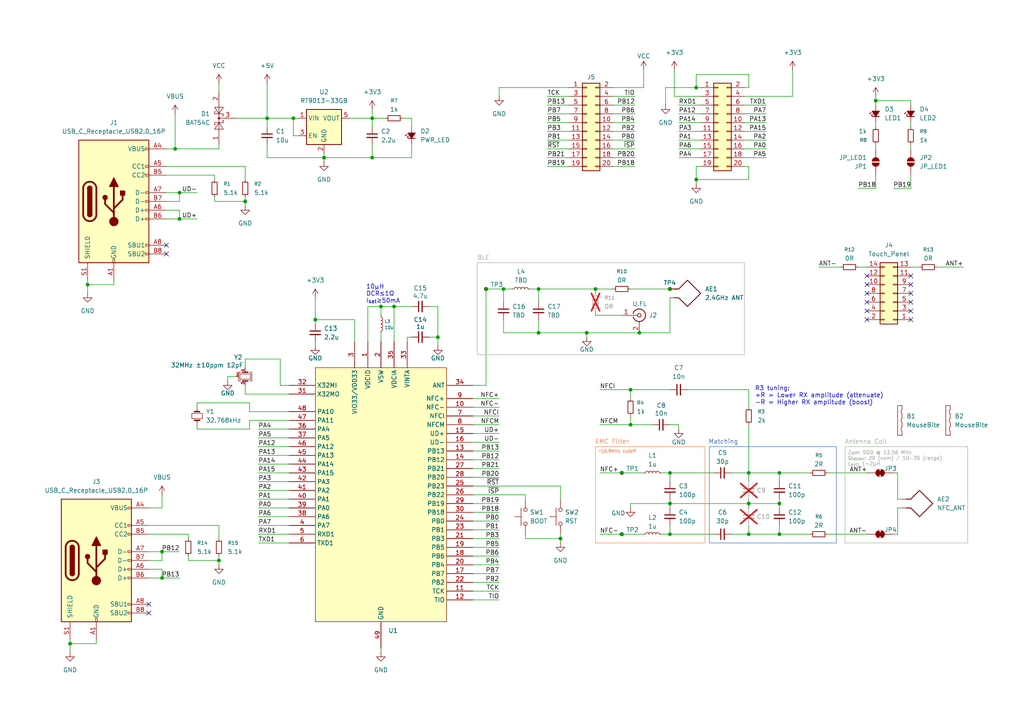
<source format=kicad_sch>
(kicad_sch
	(version 20250114)
	(generator "eeschema")
	(generator_version "9.0")
	(uuid "d907c913-5637-48db-a531-d06caa7527b7")
	(paper "A4")
	
	(rectangle
		(start 172.72 129.54)
		(end 204.47 157.48)
		(stroke
			(width 0)
			(type solid)
			(color 240 138 93 1)
		)
		(fill
			(type none)
		)
		(uuid 314e08a4-5aa0-4a37-9d7c-e42c93458895)
	)
	(rectangle
		(start 138.43 76.2)
		(end 215.9 102.87)
		(stroke
			(width 0)
			(type solid)
			(color 162 178 159 1)
		)
		(fill
			(type none)
		)
		(uuid 84f2554a-fff2-472a-9677-3a2f6dcc4cc4)
	)
	(rectangle
		(start 205.74 129.54)
		(end 242.57 157.48)
		(stroke
			(width 0)
			(type solid)
			(color 63 114 175 1)
		)
		(fill
			(type none)
		)
		(uuid bd1cb372-ad8f-459c-9968-cd7acc32e50d)
	)
	(rectangle
		(start 245.11 129.54)
		(end 280.67 157.48)
		(stroke
			(width 0)
			(type solid)
			(color 162 178 159 1)
		)
		(fill
			(type none)
		)
		(uuid fcbeebe5-45a5-49fd-b3a6-615c2a92442b)
	)
	(text "Matching"
		(exclude_from_sim no)
		(at 209.804 128.27 0)
		(effects
			(font
				(size 1.27 1.27)
				(color 63 114 175 1)
			)
		)
		(uuid "02c8dd73-5513-4742-b779-664563cb8ee5")
	)
	(text "R3 tuning:\n+R = Lower RX amplitude (attenuate)\n-R = Higher RX amplitude (boost)"
		(exclude_from_sim no)
		(at 218.948 114.808 0)
		(effects
			(font
				(size 1.27 1.27)
			)
			(justify left)
		)
		(uuid "20865698-c770-49d1-9af3-3d9cff7b3622")
	)
	(text "Antenna Coil"
		(exclude_from_sim no)
		(at 251.206 128.27 0)
		(effects
			(font
				(size 1.27 1.27)
				(color 162 178 159 1)
			)
		)
		(uuid "238671be-1d2b-42b4-8992-a33b975c56e6")
	)
	(text "Z_{diff​}: 50Ω @ 13.56 MHz\nQ_{factor​}: 20 (nom) / 10-35 (range)\nL_{ant​}: 1∼2μH"
		(exclude_from_sim no)
		(at 245.872 133.096 0)
		(effects
			(font
				(size 1.016 1.016)
				(color 162 178 159 1)
			)
			(justify left)
		)
		(uuid "44298d1c-a519-4e12-9480-2d6efaabc8e3")
	)
	(text "BLE"
		(exclude_from_sim no)
		(at 140.208 74.93 0)
		(effects
			(font
				(size 1.27 1.27)
				(color 162 178 159 1)
			)
		)
		(uuid "61a52838-0039-488a-bc13-5ee901c6366a")
	)
	(text "~15.9MHz cutoff"
		(exclude_from_sim no)
		(at 179.07 131.064 0)
		(effects
			(font
				(size 0.889 0.889)
				(color 240 138 93 1)
			)
		)
		(uuid "7a867112-4909-4659-aa66-19f391af1d30")
	)
	(text "10µH\nDCR≤1Ω\nI_{sat}≥50mA"
		(exclude_from_sim no)
		(at 106.172 85.344 0)
		(effects
			(font
				(size 1.27 1.27)
			)
			(justify left)
		)
		(uuid "ba1293c1-5724-49ed-90bd-c33afc82b712")
	)
	(text "EMC Filter"
		(exclude_from_sim no)
		(at 177.546 128.27 0)
		(effects
			(font
				(size 1.27 1.27)
				(color 240 138 93 1)
			)
		)
		(uuid "efc8adf4-2b3f-4f20-bceb-c8a9a444986a")
	)
	(junction
		(at 217.17 137.16)
		(diameter 0)
		(color 0 0 0 0)
		(uuid "077b2692-f9c0-4bbb-922a-a66531cb5380")
	)
	(junction
		(at 110.49 88.9)
		(diameter 0)
		(color 0 0 0 0)
		(uuid "08619c93-71fe-44ee-9f24-003a6bd79ce8")
	)
	(junction
		(at 146.05 83.82)
		(diameter 0)
		(color 0 0 0 0)
		(uuid "0c058a06-c16b-436e-9df7-ff2795f96802")
	)
	(junction
		(at 226.06 137.16)
		(diameter 0)
		(color 0 0 0 0)
		(uuid "10b69c2c-fd44-4505-b85c-675222bf1f22")
	)
	(junction
		(at 156.21 96.52)
		(diameter 0)
		(color 0 0 0 0)
		(uuid "163f965c-01d2-40c5-bdf1-a2628357c056")
	)
	(junction
		(at 50.8 43.18)
		(diameter 0)
		(color 0 0 0 0)
		(uuid "1eb828c4-b1e7-49dc-8dc6-253acef9780c")
	)
	(junction
		(at 217.17 154.94)
		(diameter 0)
		(color 0 0 0 0)
		(uuid "2034a213-6990-4c53-a168-d3e20e133ff0")
	)
	(junction
		(at 127 97.79)
		(diameter 0)
		(color 0 0 0 0)
		(uuid "2154693b-285b-4382-a2f4-392e637b9293")
	)
	(junction
		(at 25.4 82.55)
		(diameter 0)
		(color 0 0 0 0)
		(uuid "269400b2-a74c-44c2-b98b-7a88524aa2be")
	)
	(junction
		(at 77.47 34.29)
		(diameter 0)
		(color 0 0 0 0)
		(uuid "3d2b5798-a2bf-4198-a199-742f4e1db3b5")
	)
	(junction
		(at 254 29.21)
		(diameter 0)
		(color 0 0 0 0)
		(uuid "42ea5126-7601-48c1-9509-777add38a460")
	)
	(junction
		(at 217.17 146.05)
		(diameter 0)
		(color 0 0 0 0)
		(uuid "439edad5-4d03-4ef4-b371-a49ea404682f")
	)
	(junction
		(at 170.18 96.52)
		(diameter 0)
		(color 0 0 0 0)
		(uuid "4ce57a35-14d8-48c6-aaa8-409a8ffdaa55")
	)
	(junction
		(at 182.88 123.19)
		(diameter 0)
		(color 0 0 0 0)
		(uuid "4e64f0a9-afe1-495b-9b8d-4e111435e4bd")
	)
	(junction
		(at 185.42 96.52)
		(diameter 0)
		(color 0 0 0 0)
		(uuid "5ae32426-de1c-4384-b631-74bdd9af2445")
	)
	(junction
		(at 71.12 58.42)
		(diameter 0)
		(color 0 0 0 0)
		(uuid "6e71c664-4704-481e-8f57-4993f501d352")
	)
	(junction
		(at 226.06 146.05)
		(diameter 0)
		(color 0 0 0 0)
		(uuid "7040a6f5-f542-4569-8d2c-d781297cb7ce")
	)
	(junction
		(at 180.34 137.16)
		(diameter 0)
		(color 0 0 0 0)
		(uuid "74c07b15-e414-453e-9cd9-1cc4884d2c4f")
	)
	(junction
		(at 20.32 186.69)
		(diameter 0)
		(color 0 0 0 0)
		(uuid "74e5c905-7597-4449-be1c-996a65292304")
	)
	(junction
		(at 156.21 83.82)
		(diameter 0)
		(color 0 0 0 0)
		(uuid "77028543-4b88-47d9-b513-84a90c796796")
	)
	(junction
		(at 194.31 154.94)
		(diameter 0)
		(color 0 0 0 0)
		(uuid "79f88b84-2bf1-454c-a4d4-826205b9ac1c")
	)
	(junction
		(at 226.06 154.94)
		(diameter 0)
		(color 0 0 0 0)
		(uuid "7a1502e7-911b-47cd-a5cd-b3f42809b407")
	)
	(junction
		(at 91.44 92.71)
		(diameter 0)
		(color 0 0 0 0)
		(uuid "86a06d71-a3e8-4252-94b5-46b0471461a2")
	)
	(junction
		(at 201.93 52.07)
		(diameter 0)
		(color 0 0 0 0)
		(uuid "91e65f45-8c9b-4512-8f2d-d0b7653422ea")
	)
	(junction
		(at 93.98 45.72)
		(diameter 0)
		(color 0 0 0 0)
		(uuid "9a1b4982-85f7-4262-b40b-598131d527de")
	)
	(junction
		(at 194.31 146.05)
		(diameter 0)
		(color 0 0 0 0)
		(uuid "a31d8fa0-925a-4f91-9c19-da201f331452")
	)
	(junction
		(at 194.31 137.16)
		(diameter 0)
		(color 0 0 0 0)
		(uuid "afa069cb-383c-4b71-b368-6c21e8d1f9f1")
	)
	(junction
		(at 63.5 162.56)
		(diameter 0)
		(color 0 0 0 0)
		(uuid "b307f66b-e0ea-45ed-94a1-22ae94d99b8a")
	)
	(junction
		(at 172.72 83.82)
		(diameter 0)
		(color 0 0 0 0)
		(uuid "b5c2419e-ca8c-4e92-aad7-6bfd31c92f7d")
	)
	(junction
		(at 46.99 160.02)
		(diameter 0)
		(color 0 0 0 0)
		(uuid "b5c4a87e-eb3d-4ea0-9a0b-d2d8af5edae4")
	)
	(junction
		(at 85.09 34.29)
		(diameter 0)
		(color 0 0 0 0)
		(uuid "b8b181bd-3fe1-49d6-91fe-79afd9205d1f")
	)
	(junction
		(at 52.07 63.5)
		(diameter 0)
		(color 0 0 0 0)
		(uuid "bba4565a-8842-49c8-8d42-a056e2dbcd09")
	)
	(junction
		(at 180.34 154.94)
		(diameter 0)
		(color 0 0 0 0)
		(uuid "bc56166b-96b1-4cc5-8391-2858236b401f")
	)
	(junction
		(at 201.93 25.4)
		(diameter 0)
		(color 0 0 0 0)
		(uuid "c2de920a-1466-4571-973a-22966caafb1d")
	)
	(junction
		(at 114.3 88.9)
		(diameter 0)
		(color 0 0 0 0)
		(uuid "c46bee5d-cbce-4188-b9aa-10348b6e43dd")
	)
	(junction
		(at 162.56 156.21)
		(diameter 0)
		(color 0 0 0 0)
		(uuid "c7e300ff-a4d4-454a-b509-04d7c9214f4c")
	)
	(junction
		(at 194.31 83.82)
		(diameter 0)
		(color 0 0 0 0)
		(uuid "c9a448fb-1cdb-4069-8260-384d96cceeaf")
	)
	(junction
		(at 52.07 55.88)
		(diameter 0)
		(color 0 0 0 0)
		(uuid "d8e36d34-69eb-4fd8-afa1-782be87c9e1c")
	)
	(junction
		(at 140.97 83.82)
		(diameter 0)
		(color 0 0 0 0)
		(uuid "dc17a422-bf1e-49a3-863a-f18e72bc4c6b")
	)
	(junction
		(at 107.95 34.29)
		(diameter 0)
		(color 0 0 0 0)
		(uuid "dece10d0-3f46-47e6-95c5-8bf325feea8c")
	)
	(junction
		(at 182.88 113.03)
		(diameter 0)
		(color 0 0 0 0)
		(uuid "e166fc60-ead3-49d9-b92a-38bb2f018417")
	)
	(junction
		(at 46.99 167.64)
		(diameter 0)
		(color 0 0 0 0)
		(uuid "ecfcc0f2-43cc-4f34-8aa5-5b53a7797805")
	)
	(junction
		(at 107.95 45.72)
		(diameter 0)
		(color 0 0 0 0)
		(uuid "f15f7f3d-a431-42ce-b8fe-455cce7be03a")
	)
	(no_connect
		(at 251.46 80.01)
		(uuid "038ae50e-2737-4aa2-86bc-8338c23d9815")
	)
	(no_connect
		(at 251.46 92.71)
		(uuid "37176be8-b1d8-4b5f-a3c7-dff4ee553ca1")
	)
	(no_connect
		(at 264.16 82.55)
		(uuid "4505fa87-7caf-4aae-bb78-cad8af82c434")
	)
	(no_connect
		(at 264.16 92.71)
		(uuid "55778d73-7fd9-4854-ad46-3a0f3a84cc37")
	)
	(no_connect
		(at 48.26 71.12)
		(uuid "5fbc37bc-2eb9-4304-8e80-824b7e2486ff")
	)
	(no_connect
		(at 264.16 87.63)
		(uuid "62f0eef0-8984-44c6-afb6-47ce30166a20")
	)
	(no_connect
		(at 264.16 80.01)
		(uuid "762901ae-77bd-4907-aa34-daecf505df57")
	)
	(no_connect
		(at 264.16 85.09)
		(uuid "98e98814-25c8-4886-974c-88c625dedcd8")
	)
	(no_connect
		(at 264.16 90.17)
		(uuid "9f05b483-52df-44c5-beab-c6403bee577d")
	)
	(no_connect
		(at 251.46 87.63)
		(uuid "a0653771-6f5c-40a1-a71f-03951a381e52")
	)
	(no_connect
		(at 251.46 85.09)
		(uuid "af57390b-ee09-4df4-9367-bf4a1999a742")
	)
	(no_connect
		(at 43.18 175.26)
		(uuid "ba0c3db3-fb5b-4907-a8a9-210746ecfd44")
	)
	(no_connect
		(at 251.46 82.55)
		(uuid "d7d082dd-9a5e-4a01-8ebd-85b595ece142")
	)
	(no_connect
		(at 43.18 177.8)
		(uuid "d85d81ff-36f4-41c0-80c5-e6524c5f32b5")
	)
	(no_connect
		(at 48.26 73.66)
		(uuid "e9b917a4-e039-4965-8130-df4515a11dbb")
	)
	(no_connect
		(at 251.46 90.17)
		(uuid "f2a7195e-9145-4442-a391-15152a3403e8")
	)
	(wire
		(pts
			(xy 54.61 154.94) (xy 54.61 156.21)
		)
		(stroke
			(width 0)
			(type default)
		)
		(uuid "018a9d13-7b8b-48f8-8eee-fdae370b7342")
	)
	(wire
		(pts
			(xy 83.82 111.76) (xy 81.28 111.76)
		)
		(stroke
			(width 0)
			(type default)
		)
		(uuid "01ddc750-f994-4289-94ef-40d5233aa31c")
	)
	(wire
		(pts
			(xy 260.35 154.94) (xy 260.35 147.32)
		)
		(stroke
			(width 0)
			(type default)
		)
		(uuid "020bc936-7fdf-4f23-a19f-d49122a93c82")
	)
	(wire
		(pts
			(xy 201.93 52.07) (xy 217.17 52.07)
		)
		(stroke
			(width 0)
			(type default)
		)
		(uuid "0332b437-0424-4146-8f58-b5b7f8b18d6c")
	)
	(wire
		(pts
			(xy 193.04 25.4) (xy 193.04 30.48)
		)
		(stroke
			(width 0)
			(type default)
		)
		(uuid "038e06cf-e705-42d7-bd8c-9bd2fb9e058a")
	)
	(wire
		(pts
			(xy 74.93 139.7) (xy 83.82 139.7)
		)
		(stroke
			(width 0)
			(type default)
		)
		(uuid "03f77936-a02f-4b6a-8db2-37bbcf8e2aa6")
	)
	(wire
		(pts
			(xy 140.97 83.82) (xy 140.97 111.76)
		)
		(stroke
			(width 0)
			(type default)
		)
		(uuid "04672f76-87a6-47ea-8817-51f6c14480a0")
	)
	(wire
		(pts
			(xy 110.49 88.9) (xy 110.49 91.44)
		)
		(stroke
			(width 0)
			(type default)
		)
		(uuid "04ee4b38-9117-4810-bc0e-922aaf324aaf")
	)
	(wire
		(pts
			(xy 63.5 162.56) (xy 63.5 163.83)
		)
		(stroke
			(width 0)
			(type default)
		)
		(uuid "053dfd7a-7c77-43e3-a9b8-63cb9b78534a")
	)
	(wire
		(pts
			(xy 215.9 25.4) (xy 217.17 25.4)
		)
		(stroke
			(width 0)
			(type default)
		)
		(uuid "05910d13-bf24-4f22-b382-86cae93a1cec")
	)
	(wire
		(pts
			(xy 144.78 166.37) (xy 137.16 166.37)
		)
		(stroke
			(width 0)
			(type default)
		)
		(uuid "07f82854-eccc-4f2f-aa6e-71fe82249cba")
	)
	(wire
		(pts
			(xy 177.8 48.26) (xy 184.15 48.26)
		)
		(stroke
			(width 0)
			(type default)
		)
		(uuid "0876bf95-e7e9-453c-af75-d13dcb83ecf1")
	)
	(wire
		(pts
			(xy 254 29.21) (xy 264.16 29.21)
		)
		(stroke
			(width 0)
			(type default)
		)
		(uuid "08b1c127-05a1-4ba0-a38b-26f789504976")
	)
	(wire
		(pts
			(xy 74.93 147.32) (xy 83.82 147.32)
		)
		(stroke
			(width 0)
			(type default)
		)
		(uuid "08f10e9d-5978-42ac-a7a6-0f8a7b542aac")
	)
	(wire
		(pts
			(xy 182.88 120.65) (xy 182.88 123.19)
		)
		(stroke
			(width 0)
			(type default)
		)
		(uuid "08fdb2b7-1a24-4ab2-9324-1907785292f9")
	)
	(wire
		(pts
			(xy 72.39 116.84) (xy 72.39 119.38)
		)
		(stroke
			(width 0)
			(type default)
		)
		(uuid "090bf29d-a5ed-4c99-82fe-3fd713d489a2")
	)
	(wire
		(pts
			(xy 107.95 31.75) (xy 107.95 34.29)
		)
		(stroke
			(width 0)
			(type default)
		)
		(uuid "099665cf-b049-4674-8982-24fa94187499")
	)
	(wire
		(pts
			(xy 182.88 123.19) (xy 189.23 123.19)
		)
		(stroke
			(width 0)
			(type default)
		)
		(uuid "0ad4383d-1933-439d-993a-a12f407421f5")
	)
	(wire
		(pts
			(xy 144.78 163.83) (xy 137.16 163.83)
		)
		(stroke
			(width 0)
			(type default)
		)
		(uuid "0b89bb13-dfb7-490c-9421-2bfd45d279a8")
	)
	(wire
		(pts
			(xy 182.88 146.05) (xy 194.31 146.05)
		)
		(stroke
			(width 0)
			(type default)
		)
		(uuid "0b995dba-6b99-4236-b742-e9050e478457")
	)
	(wire
		(pts
			(xy 50.8 43.18) (xy 63.5 43.18)
		)
		(stroke
			(width 0)
			(type default)
		)
		(uuid "0c1cacfd-6548-48a8-aeea-07f1b91e2aad")
	)
	(wire
		(pts
			(xy 144.78 125.73) (xy 137.16 125.73)
		)
		(stroke
			(width 0)
			(type default)
		)
		(uuid "0d380b22-5222-477e-9780-3eb6fb6d0cc0")
	)
	(wire
		(pts
			(xy 194.31 137.16) (xy 194.31 139.7)
		)
		(stroke
			(width 0)
			(type default)
		)
		(uuid "0de4189f-431a-460c-8189-7345e1512df0")
	)
	(wire
		(pts
			(xy 182.88 83.82) (xy 194.31 83.82)
		)
		(stroke
			(width 0)
			(type default)
		)
		(uuid "0e24a5c1-8850-4058-8446-bc051c33f4dc")
	)
	(wire
		(pts
			(xy 71.12 58.42) (xy 71.12 57.15)
		)
		(stroke
			(width 0)
			(type default)
		)
		(uuid "0fb75524-a733-41be-9ff4-d1d5fa7c8d97")
	)
	(wire
		(pts
			(xy 119.38 41.91) (xy 119.38 45.72)
		)
		(stroke
			(width 0)
			(type default)
		)
		(uuid "0fdbae94-4179-42b6-ab57-61fe6f72eb6b")
	)
	(wire
		(pts
			(xy 165.1 25.4) (xy 144.78 25.4)
		)
		(stroke
			(width 0)
			(type default)
		)
		(uuid "101b33a7-45f5-4a8b-80eb-2e63b9f10260")
	)
	(wire
		(pts
			(xy 212.09 154.94) (xy 217.17 154.94)
		)
		(stroke
			(width 0)
			(type default)
		)
		(uuid "10922502-426e-44d1-8d5a-de4456ad88f5")
	)
	(wire
		(pts
			(xy 156.21 92.71) (xy 156.21 96.52)
		)
		(stroke
			(width 0)
			(type default)
		)
		(uuid "10a77673-058d-4c53-9ca3-8e8330b16aac")
	)
	(wire
		(pts
			(xy 48.26 48.26) (xy 71.12 48.26)
		)
		(stroke
			(width 0)
			(type default)
		)
		(uuid "185b02f8-3886-4135-a478-8166ae415092")
	)
	(wire
		(pts
			(xy 74.93 134.62) (xy 83.82 134.62)
		)
		(stroke
			(width 0)
			(type default)
		)
		(uuid "196f04ec-e572-46c2-991d-da41b4c20dba")
	)
	(wire
		(pts
			(xy 177.8 25.4) (xy 186.69 25.4)
		)
		(stroke
			(width 0)
			(type default)
		)
		(uuid "1aa1b710-6fe4-42f5-a16e-ef8e8ea4e22c")
	)
	(wire
		(pts
			(xy 137.16 118.11) (xy 144.78 118.11)
		)
		(stroke
			(width 0)
			(type default)
		)
		(uuid "1c51c689-1819-411a-b5b6-7c41fe8757f1")
	)
	(wire
		(pts
			(xy 71.12 104.14) (xy 71.12 106.68)
		)
		(stroke
			(width 0)
			(type default)
		)
		(uuid "1e418eb6-cd3e-43bc-988f-b97673f28186")
	)
	(wire
		(pts
			(xy 217.17 144.78) (xy 217.17 146.05)
		)
		(stroke
			(width 0)
			(type default)
		)
		(uuid "1f51b263-8d4f-439c-bca8-887a8d668a26")
	)
	(wire
		(pts
			(xy 196.85 33.02) (xy 203.2 33.02)
		)
		(stroke
			(width 0)
			(type default)
		)
		(uuid "1f958b37-b5d6-4635-8d09-db4e6b876941")
	)
	(wire
		(pts
			(xy 217.17 154.94) (xy 226.06 154.94)
		)
		(stroke
			(width 0)
			(type default)
		)
		(uuid "2039eafa-ffec-459f-adba-6919cafce44f")
	)
	(wire
		(pts
			(xy 170.18 96.52) (xy 185.42 96.52)
		)
		(stroke
			(width 0)
			(type default)
		)
		(uuid "20d1e53e-3d22-40f3-a46a-fcaca843d92b")
	)
	(wire
		(pts
			(xy 153.67 83.82) (xy 156.21 83.82)
		)
		(stroke
			(width 0)
			(type default)
		)
		(uuid "2258e8df-6810-4b48-8e9c-f1fecb74a2a1")
	)
	(wire
		(pts
			(xy 72.39 124.46) (xy 57.15 124.46)
		)
		(stroke
			(width 0)
			(type default)
		)
		(uuid "2336213b-4374-4843-abf9-7ebb489283ac")
	)
	(wire
		(pts
			(xy 196.85 45.72) (xy 203.2 45.72)
		)
		(stroke
			(width 0)
			(type default)
		)
		(uuid "24fb9d30-8715-4a39-a52d-c4bbc40f41f2")
	)
	(wire
		(pts
			(xy 48.26 58.42) (xy 52.07 58.42)
		)
		(stroke
			(width 0)
			(type default)
		)
		(uuid "25ce0276-9684-4b23-b2bd-8def882d6e94")
	)
	(wire
		(pts
			(xy 74.93 154.94) (xy 83.82 154.94)
		)
		(stroke
			(width 0)
			(type default)
		)
		(uuid "27d843dd-9f42-4f80-8b1a-d0a22e1dd540")
	)
	(wire
		(pts
			(xy 74.93 124.46) (xy 83.82 124.46)
		)
		(stroke
			(width 0)
			(type default)
		)
		(uuid "2b79580e-d00b-4e38-8a97-9edc16d17206")
	)
	(wire
		(pts
			(xy 144.78 128.27) (xy 137.16 128.27)
		)
		(stroke
			(width 0)
			(type default)
		)
		(uuid "2bb27b42-720c-4a97-9bf1-cd9d4cf5dbcd")
	)
	(wire
		(pts
			(xy 43.18 147.32) (xy 46.99 147.32)
		)
		(stroke
			(width 0)
			(type default)
		)
		(uuid "2bddfea0-d0a5-44fd-8132-9c02d8de5180")
	)
	(wire
		(pts
			(xy 259.08 154.94) (xy 260.35 154.94)
		)
		(stroke
			(width 0)
			(type default)
		)
		(uuid "2d6e14a9-d2f6-4c75-936a-7a7752cb3831")
	)
	(wire
		(pts
			(xy 106.68 88.9) (xy 110.49 88.9)
		)
		(stroke
			(width 0)
			(type default)
		)
		(uuid "2e1ac8b2-8db5-4153-86b8-29d01e66eb83")
	)
	(wire
		(pts
			(xy 162.56 156.21) (xy 162.56 157.48)
		)
		(stroke
			(width 0)
			(type default)
		)
		(uuid "2eadf48b-4744-4d70-bd64-fab8e3c2ef5a")
	)
	(wire
		(pts
			(xy 196.85 123.19) (xy 196.85 124.46)
		)
		(stroke
			(width 0)
			(type default)
		)
		(uuid "2eb9fb3f-8d1a-4690-83f8-6191ef3e8d6f")
	)
	(wire
		(pts
			(xy 118.11 97.79) (xy 119.38 97.79)
		)
		(stroke
			(width 0)
			(type default)
		)
		(uuid "2f37a408-da4f-4621-ba66-ae5f118fccb4")
	)
	(wire
		(pts
			(xy 177.8 30.48) (xy 184.15 30.48)
		)
		(stroke
			(width 0)
			(type default)
		)
		(uuid "31d2ca2d-8f0c-4c2d-8a43-49134f1c6555")
	)
	(wire
		(pts
			(xy 137.16 173.99) (xy 144.78 173.99)
		)
		(stroke
			(width 0)
			(type default)
		)
		(uuid "32bf4733-2470-42b0-894f-b3d6ddcd60fe")
	)
	(wire
		(pts
			(xy 127 88.9) (xy 127 97.79)
		)
		(stroke
			(width 0)
			(type default)
		)
		(uuid "35a2cb69-c963-4f2d-8442-60a6b6a0144b")
	)
	(wire
		(pts
			(xy 119.38 34.29) (xy 119.38 36.83)
		)
		(stroke
			(width 0)
			(type default)
		)
		(uuid "367ecda7-e439-4651-aaf0-c237f3ee5975")
	)
	(wire
		(pts
			(xy 177.8 38.1) (xy 184.15 38.1)
		)
		(stroke
			(width 0)
			(type default)
		)
		(uuid "36802748-d60f-42d5-9a45-8f0fcb838566")
	)
	(wire
		(pts
			(xy 43.18 165.1) (xy 46.99 165.1)
		)
		(stroke
			(width 0)
			(type default)
		)
		(uuid "37398f49-7c6b-4597-9c1a-77a8428ae513")
	)
	(wire
		(pts
			(xy 144.78 161.29) (xy 137.16 161.29)
		)
		(stroke
			(width 0)
			(type default)
		)
		(uuid "37db29c7-641f-4340-b22e-36beac2ccf89")
	)
	(wire
		(pts
			(xy 48.26 50.8) (xy 62.23 50.8)
		)
		(stroke
			(width 0)
			(type default)
		)
		(uuid "37fc1883-0b46-4762-bbe4-6c3befeb0fd5")
	)
	(wire
		(pts
			(xy 215.9 40.64) (xy 222.25 40.64)
		)
		(stroke
			(width 0)
			(type default)
		)
		(uuid "393ab2d9-48df-4609-bae6-3e74820d6ae3")
	)
	(wire
		(pts
			(xy 158.75 33.02) (xy 165.1 33.02)
		)
		(stroke
			(width 0)
			(type default)
		)
		(uuid "3a12eae5-4ae8-40db-a931-c12c199f2f7f")
	)
	(wire
		(pts
			(xy 226.06 154.94) (xy 226.06 152.4)
		)
		(stroke
			(width 0)
			(type default)
		)
		(uuid "3aecb31d-9159-467d-8888-fc9ff21eed06")
	)
	(wire
		(pts
			(xy 85.09 34.29) (xy 86.36 34.29)
		)
		(stroke
			(width 0)
			(type default)
		)
		(uuid "3b62ee5a-76a3-45ab-8541-fa6b22ef8108")
	)
	(wire
		(pts
			(xy 158.75 38.1) (xy 165.1 38.1)
		)
		(stroke
			(width 0)
			(type default)
		)
		(uuid "3be9b3ab-1909-4df6-acb4-9d62d06de411")
	)
	(wire
		(pts
			(xy 240.03 137.16) (xy 251.46 137.16)
		)
		(stroke
			(width 0)
			(type default)
		)
		(uuid "3c426bfc-8c62-4380-b32e-23d5f322864f")
	)
	(wire
		(pts
			(xy 81.28 111.76) (xy 81.28 104.14)
		)
		(stroke
			(width 0)
			(type default)
		)
		(uuid "3cba863a-20b6-4a9e-b6dd-34af5731aaa5")
	)
	(wire
		(pts
			(xy 158.75 35.56) (xy 165.1 35.56)
		)
		(stroke
			(width 0)
			(type default)
		)
		(uuid "3ce9fab7-c665-4ec1-a0fb-627088697023")
	)
	(wire
		(pts
			(xy 194.31 96.52) (xy 185.42 96.52)
		)
		(stroke
			(width 0)
			(type default)
		)
		(uuid "3d92617c-ee6e-43b7-80be-dbc7d9198e2d")
	)
	(wire
		(pts
			(xy 254 35.56) (xy 254 36.83)
		)
		(stroke
			(width 0)
			(type default)
		)
		(uuid "3db2c5bc-9f0b-489e-8e3a-68706cfd4414")
	)
	(wire
		(pts
			(xy 194.31 137.16) (xy 207.01 137.16)
		)
		(stroke
			(width 0)
			(type default)
		)
		(uuid "3f410a62-6ab6-404f-b51f-4145e386f8dd")
	)
	(wire
		(pts
			(xy 46.99 160.02) (xy 43.18 160.02)
		)
		(stroke
			(width 0)
			(type default)
		)
		(uuid "3f6aeed9-23ce-496e-9b54-501f9b93af2d")
	)
	(wire
		(pts
			(xy 72.39 121.92) (xy 72.39 124.46)
		)
		(stroke
			(width 0)
			(type default)
		)
		(uuid "400ae794-71be-4ebf-94c6-6d517a08f632")
	)
	(wire
		(pts
			(xy 217.17 118.11) (xy 217.17 113.03)
		)
		(stroke
			(width 0)
			(type default)
		)
		(uuid "401341e5-0b06-4458-9f5d-199de0f00ce4")
	)
	(wire
		(pts
			(xy 110.49 96.52) (xy 110.49 99.06)
		)
		(stroke
			(width 0)
			(type default)
		)
		(uuid "4146fa6b-0ce5-4008-8b89-3e5fbf805fef")
	)
	(wire
		(pts
			(xy 237.49 77.47) (xy 243.84 77.47)
		)
		(stroke
			(width 0)
			(type default)
		)
		(uuid "421d155d-492b-4820-9bb9-9d23f870b2c6")
	)
	(wire
		(pts
			(xy 156.21 83.82) (xy 156.21 87.63)
		)
		(stroke
			(width 0)
			(type default)
		)
		(uuid "42adc82e-2f96-4485-92e3-68e1d6f6f675")
	)
	(wire
		(pts
			(xy 271.78 77.47) (xy 279.4 77.47)
		)
		(stroke
			(width 0)
			(type default)
		)
		(uuid "42ff34b4-4182-44a9-941c-a070d46260c6")
	)
	(wire
		(pts
			(xy 217.17 25.4) (xy 217.17 21.59)
		)
		(stroke
			(width 0)
			(type default)
		)
		(uuid "43150c29-3a2b-4921-a2b8-88c5553d4981")
	)
	(wire
		(pts
			(xy 217.17 137.16) (xy 217.17 123.19)
		)
		(stroke
			(width 0)
			(type default)
		)
		(uuid "444830c6-50e1-483f-8b0e-f8de5a393218")
	)
	(wire
		(pts
			(xy 144.78 138.43) (xy 137.16 138.43)
		)
		(stroke
			(width 0)
			(type default)
		)
		(uuid "44e6e1c9-4acb-4720-afca-9a39a7350f8b")
	)
	(wire
		(pts
			(xy 137.16 140.97) (xy 162.56 140.97)
		)
		(stroke
			(width 0)
			(type default)
		)
		(uuid "4912c2ca-c632-4aee-a03d-82e2aa24e3d1")
	)
	(wire
		(pts
			(xy 144.78 151.13) (xy 137.16 151.13)
		)
		(stroke
			(width 0)
			(type default)
		)
		(uuid "496db618-af34-44be-99a9-74c10d8f9b11")
	)
	(wire
		(pts
			(xy 144.78 168.91) (xy 137.16 168.91)
		)
		(stroke
			(width 0)
			(type default)
		)
		(uuid "4a00a388-d232-46b1-a8c1-3ef975ea8284")
	)
	(wire
		(pts
			(xy 248.92 54.61) (xy 254 54.61)
		)
		(stroke
			(width 0)
			(type default)
		)
		(uuid "4ae6d59e-e3c6-4a0e-ad16-51ecd8e39dd1")
	)
	(wire
		(pts
			(xy 152.4 156.21) (xy 152.4 154.94)
		)
		(stroke
			(width 0)
			(type default)
		)
		(uuid "4afbc7b7-2ce2-43f4-98dd-97a29cf3c9b7")
	)
	(wire
		(pts
			(xy 156.21 96.52) (xy 146.05 96.52)
		)
		(stroke
			(width 0)
			(type default)
		)
		(uuid "4b1fdf9f-e186-4019-b1e7-5ac6fd24bfc8")
	)
	(wire
		(pts
			(xy 124.46 88.9) (xy 127 88.9)
		)
		(stroke
			(width 0)
			(type default)
		)
		(uuid "4b7f0fbf-b602-44f9-a210-71d2da38e27d")
	)
	(wire
		(pts
			(xy 72.39 116.84) (xy 57.15 116.84)
		)
		(stroke
			(width 0)
			(type default)
		)
		(uuid "4cbf4467-96a2-4cc3-9e6f-258bbf5bcf8a")
	)
	(wire
		(pts
			(xy 102.87 92.71) (xy 102.87 99.06)
		)
		(stroke
			(width 0)
			(type default)
		)
		(uuid "4ce224c1-c732-4e75-85c9-a14eaf1cf1f6")
	)
	(wire
		(pts
			(xy 43.18 162.56) (xy 46.99 162.56)
		)
		(stroke
			(width 0)
			(type default)
		)
		(uuid "4e0cdc05-d41b-4937-90f7-2da763499d99")
	)
	(wire
		(pts
			(xy 215.9 48.26) (xy 217.17 48.26)
		)
		(stroke
			(width 0)
			(type default)
		)
		(uuid "4f22b308-ad23-4e39-95ab-33aea58624bc")
	)
	(wire
		(pts
			(xy 50.8 33.02) (xy 50.8 43.18)
		)
		(stroke
			(width 0)
			(type default)
		)
		(uuid "4fe9ef97-24f1-4f61-8edd-b3f0d87d0748")
	)
	(wire
		(pts
			(xy 260.35 147.32) (xy 261.62 147.32)
		)
		(stroke
			(width 0)
			(type default)
		)
		(uuid "50039771-a50b-43be-a31f-920fca7264b4")
	)
	(wire
		(pts
			(xy 260.35 137.16) (xy 260.35 144.78)
		)
		(stroke
			(width 0)
			(type default)
		)
		(uuid "506addfb-6e94-47da-9c52-de24148941d5")
	)
	(wire
		(pts
			(xy 254 29.21) (xy 254 30.48)
		)
		(stroke
			(width 0)
			(type default)
		)
		(uuid "5075aeda-1b9b-43c1-89b1-293088f632cb")
	)
	(wire
		(pts
			(xy 152.4 143.51) (xy 152.4 144.78)
		)
		(stroke
			(width 0)
			(type default)
		)
		(uuid "50863a4e-4cf8-4f7e-b813-40cfb37dbf28")
	)
	(wire
		(pts
			(xy 72.39 119.38) (xy 83.82 119.38)
		)
		(stroke
			(width 0)
			(type default)
		)
		(uuid "50ddd785-ba70-4c59-9db7-18c662d58f19")
	)
	(wire
		(pts
			(xy 137.16 115.57) (xy 144.78 115.57)
		)
		(stroke
			(width 0)
			(type default)
		)
		(uuid "51f40538-aed3-4f71-86da-128281031312")
	)
	(wire
		(pts
			(xy 259.08 137.16) (xy 260.35 137.16)
		)
		(stroke
			(width 0)
			(type default)
		)
		(uuid "5249bbba-6bea-4724-a93e-d9308189614e")
	)
	(wire
		(pts
			(xy 194.31 146.05) (xy 194.31 147.32)
		)
		(stroke
			(width 0)
			(type default)
		)
		(uuid "540f8cf2-9d6f-4318-8c04-a3f37270c057")
	)
	(wire
		(pts
			(xy 196.85 30.48) (xy 203.2 30.48)
		)
		(stroke
			(width 0)
			(type default)
		)
		(uuid "543fc0b0-c5aa-42ea-ae1f-f5692802b8f1")
	)
	(wire
		(pts
			(xy 107.95 45.72) (xy 107.95 41.91)
		)
		(stroke
			(width 0)
			(type default)
		)
		(uuid "553d5254-c9a5-4934-880c-9f71d5f2746f")
	)
	(wire
		(pts
			(xy 226.06 146.05) (xy 226.06 147.32)
		)
		(stroke
			(width 0)
			(type default)
		)
		(uuid "5784c98b-2eb2-4bc5-b851-ea69b703614f")
	)
	(wire
		(pts
			(xy 110.49 187.96) (xy 110.49 189.23)
		)
		(stroke
			(width 0)
			(type default)
		)
		(uuid "57eaa415-a509-45bc-be59-64d2010545cd")
	)
	(wire
		(pts
			(xy 226.06 137.16) (xy 226.06 139.7)
		)
		(stroke
			(width 0)
			(type default)
		)
		(uuid "58832941-1c16-4e4c-9489-39ebe127672f")
	)
	(wire
		(pts
			(xy 182.88 113.03) (xy 182.88 115.57)
		)
		(stroke
			(width 0)
			(type default)
		)
		(uuid "59a5cffe-84ce-49f1-b7ec-32199198fcdc")
	)
	(wire
		(pts
			(xy 85.09 39.37) (xy 85.09 34.29)
		)
		(stroke
			(width 0)
			(type default)
		)
		(uuid "5a1032f2-9935-47e7-88c7-48d85005b904")
	)
	(wire
		(pts
			(xy 63.5 43.18) (xy 63.5 41.91)
		)
		(stroke
			(width 0)
			(type default)
		)
		(uuid "5b495b48-73e4-4c80-8162-95e25a650a4d")
	)
	(wire
		(pts
			(xy 158.75 45.72) (xy 165.1 45.72)
		)
		(stroke
			(width 0)
			(type default)
		)
		(uuid "5d839594-ebb8-4efb-82fe-e4aadc15074e")
	)
	(wire
		(pts
			(xy 137.16 143.51) (xy 152.4 143.51)
		)
		(stroke
			(width 0)
			(type default)
		)
		(uuid "5dd16296-7f00-452b-8d41-f075ce388936")
	)
	(wire
		(pts
			(xy 226.06 144.78) (xy 226.06 146.05)
		)
		(stroke
			(width 0)
			(type default)
		)
		(uuid "5dfe9730-6fd9-4f92-a2b7-c192bdc91592")
	)
	(wire
		(pts
			(xy 217.17 146.05) (xy 217.17 147.32)
		)
		(stroke
			(width 0)
			(type default)
		)
		(uuid "5facd1ea-865d-4095-a2f4-275ace561ac9")
	)
	(wire
		(pts
			(xy 140.97 83.82) (xy 146.05 83.82)
		)
		(stroke
			(width 0)
			(type default)
		)
		(uuid "603e5925-6f3b-41cf-9092-d77ce8655be2")
	)
	(wire
		(pts
			(xy 196.85 40.64) (xy 203.2 40.64)
		)
		(stroke
			(width 0)
			(type default)
		)
		(uuid "60542485-f9d8-42f0-b037-47fd6403c9fa")
	)
	(wire
		(pts
			(xy 215.9 43.18) (xy 222.25 43.18)
		)
		(stroke
			(width 0)
			(type default)
		)
		(uuid "60f2fd5f-6a59-4349-a59e-cefecaa0ab51")
	)
	(wire
		(pts
			(xy 203.2 27.94) (xy 195.58 27.94)
		)
		(stroke
			(width 0)
			(type default)
		)
		(uuid "62c15336-1691-43ac-a6e5-1e88ca091472")
	)
	(wire
		(pts
			(xy 102.87 92.71) (xy 91.44 92.71)
		)
		(stroke
			(width 0)
			(type default)
		)
		(uuid "6486d0e3-4dfb-4168-a048-14d3d00692ab")
	)
	(wire
		(pts
			(xy 217.17 113.03) (xy 199.39 113.03)
		)
		(stroke
			(width 0)
			(type default)
		)
		(uuid "651d780d-0171-4952-8e0f-902ea5f03f1c")
	)
	(wire
		(pts
			(xy 91.44 86.36) (xy 91.44 92.71)
		)
		(stroke
			(width 0)
			(type default)
		)
		(uuid "667fa1a1-5705-4dec-8333-e57196926bd6")
	)
	(wire
		(pts
			(xy 116.84 34.29) (xy 119.38 34.29)
		)
		(stroke
			(width 0)
			(type default)
		)
		(uuid "68ba982d-d518-499e-a2ee-8107e85de638")
	)
	(wire
		(pts
			(xy 62.23 50.8) (xy 62.23 52.07)
		)
		(stroke
			(width 0)
			(type default)
		)
		(uuid "68c29718-35e1-4e21-af1a-b2b631fd5c2d")
	)
	(wire
		(pts
			(xy 248.92 77.47) (xy 251.46 77.47)
		)
		(stroke
			(width 0)
			(type default)
		)
		(uuid "68e0e5ff-3f71-4186-b052-a3b60d690369")
	)
	(wire
		(pts
			(xy 43.18 154.94) (xy 54.61 154.94)
		)
		(stroke
			(width 0)
			(type default)
		)
		(uuid "6aa72874-b4d9-47ad-bce5-cf36105d08cb")
	)
	(wire
		(pts
			(xy 27.94 186.69) (xy 27.94 185.42)
		)
		(stroke
			(width 0)
			(type default)
		)
		(uuid "6b8e008b-5ee2-42d2-9d62-084fec17c6b7")
	)
	(wire
		(pts
			(xy 74.93 152.4) (xy 83.82 152.4)
		)
		(stroke
			(width 0)
			(type default)
		)
		(uuid "6ba0b90b-ed65-4d2d-a99b-7f4e6cbe88ba")
	)
	(wire
		(pts
			(xy 107.95 34.29) (xy 107.95 36.83)
		)
		(stroke
			(width 0)
			(type default)
		)
		(uuid "6bbf946e-64a9-4959-9917-ff5011648c98")
	)
	(wire
		(pts
			(xy 144.78 148.59) (xy 137.16 148.59)
		)
		(stroke
			(width 0)
			(type default)
		)
		(uuid "6bf1bba7-9d40-42a8-a105-3bf8921ef5cc")
	)
	(wire
		(pts
			(xy 77.47 34.29) (xy 77.47 36.83)
		)
		(stroke
			(width 0)
			(type default)
		)
		(uuid "6d19b6b4-1c9b-42e1-a0d2-76683f0aacc7")
	)
	(wire
		(pts
			(xy 144.78 146.05) (xy 137.16 146.05)
		)
		(stroke
			(width 0)
			(type default)
		)
		(uuid "6e8ee74d-1b05-40e3-8ee5-8292934ba6ea")
	)
	(wire
		(pts
			(xy 46.99 160.02) (xy 52.07 160.02)
		)
		(stroke
			(width 0)
			(type default)
		)
		(uuid "7029afd7-4630-403f-8658-5b0829746eb2")
	)
	(wire
		(pts
			(xy 144.78 158.75) (xy 137.16 158.75)
		)
		(stroke
			(width 0)
			(type default)
		)
		(uuid "707e8d49-eba6-4151-8e23-0af4152e045d")
	)
	(wire
		(pts
			(xy 137.16 171.45) (xy 144.78 171.45)
		)
		(stroke
			(width 0)
			(type default)
		)
		(uuid "70988907-5af4-48f7-9a8f-9c9a1ecc60a2")
	)
	(wire
		(pts
			(xy 177.8 35.56) (xy 184.15 35.56)
		)
		(stroke
			(width 0)
			(type default)
		)
		(uuid "728a1ca4-96f1-409e-a5a1-5725edfbd259")
	)
	(wire
		(pts
			(xy 52.07 63.5) (xy 57.15 63.5)
		)
		(stroke
			(width 0)
			(type default)
		)
		(uuid "729f8c86-5839-4f36-93dd-b6d05847d6c1")
	)
	(wire
		(pts
			(xy 140.97 111.76) (xy 137.16 111.76)
		)
		(stroke
			(width 0)
			(type default)
		)
		(uuid "745ea223-6bc5-4e8f-b1f8-b7fa0ae0a891")
	)
	(wire
		(pts
			(xy 74.93 132.08) (xy 83.82 132.08)
		)
		(stroke
			(width 0)
			(type default)
		)
		(uuid "750a55b1-91a8-4917-87db-b658c477b7b9")
	)
	(wire
		(pts
			(xy 191.77 137.16) (xy 194.31 137.16)
		)
		(stroke
			(width 0)
			(type default)
		)
		(uuid "75b2a244-3689-4d23-a189-3574d8f414c4")
	)
	(wire
		(pts
			(xy 74.93 144.78) (xy 83.82 144.78)
		)
		(stroke
			(width 0)
			(type default)
		)
		(uuid "786862a6-d31d-4f66-9754-3af87cf44657")
	)
	(wire
		(pts
			(xy 215.9 45.72) (xy 222.25 45.72)
		)
		(stroke
			(width 0)
			(type default)
		)
		(uuid "787aff99-6877-4cc1-8357-9d6e8d2912bc")
	)
	(wire
		(pts
			(xy 254 27.94) (xy 254 29.21)
		)
		(stroke
			(width 0)
			(type default)
		)
		(uuid "7a8818d6-3367-49ab-9b67-d67ac1785bdc")
	)
	(wire
		(pts
			(xy 180.34 154.94) (xy 186.69 154.94)
		)
		(stroke
			(width 0)
			(type default)
		)
		(uuid "7ae17c7a-0794-412a-b216-f17d564c7ebe")
	)
	(wire
		(pts
			(xy 264.16 30.48) (xy 264.16 29.21)
		)
		(stroke
			(width 0)
			(type default)
		)
		(uuid "7b0aaed0-427e-46fe-9c9a-24437e553d45")
	)
	(wire
		(pts
			(xy 46.99 167.64) (xy 52.07 167.64)
		)
		(stroke
			(width 0)
			(type default)
		)
		(uuid "7bd0ca60-9131-429d-a5f0-9cc36c40c1d3")
	)
	(wire
		(pts
			(xy 57.15 124.46) (xy 57.15 123.19)
		)
		(stroke
			(width 0)
			(type default)
		)
		(uuid "7be2cb84-b092-416d-aff5-4155f47ee5e9")
	)
	(wire
		(pts
			(xy 74.93 137.16) (xy 83.82 137.16)
		)
		(stroke
			(width 0)
			(type default)
		)
		(uuid "7bebf09d-1a31-452a-909e-4b361125256f")
	)
	(wire
		(pts
			(xy 196.85 43.18) (xy 203.2 43.18)
		)
		(stroke
			(width 0)
			(type default)
		)
		(uuid "7dd37431-36d6-4021-8c18-07f166a71b0c")
	)
	(wire
		(pts
			(xy 52.07 55.88) (xy 57.15 55.88)
		)
		(stroke
			(width 0)
			(type default)
		)
		(uuid "7ed1a0b4-fa89-455e-84ba-0852252145c3")
	)
	(wire
		(pts
			(xy 194.31 146.05) (xy 217.17 146.05)
		)
		(stroke
			(width 0)
			(type default)
		)
		(uuid "7fb00e97-779f-43dd-aff9-6dceddf95886")
	)
	(wire
		(pts
			(xy 146.05 83.82) (xy 146.05 87.63)
		)
		(stroke
			(width 0)
			(type default)
		)
		(uuid "80dd6111-bdd2-4958-9561-d105c50587a8")
	)
	(wire
		(pts
			(xy 63.5 162.56) (xy 63.5 161.29)
		)
		(stroke
			(width 0)
			(type default)
		)
		(uuid "8114c0f5-ff02-4e0b-9002-38872dbf098d")
	)
	(wire
		(pts
			(xy 137.16 123.19) (xy 144.78 123.19)
		)
		(stroke
			(width 0)
			(type default)
		)
		(uuid "83ed2806-db45-48f5-8384-b789ca946196")
	)
	(wire
		(pts
			(xy 144.78 25.4) (xy 144.78 27.94)
		)
		(stroke
			(width 0)
			(type default)
		)
		(uuid "844165d3-97cd-453a-ace4-a4b9b105561c")
	)
	(wire
		(pts
			(xy 215.9 30.48) (xy 222.25 30.48)
		)
		(stroke
			(width 0)
			(type default)
		)
		(uuid "8492adf9-bdfd-4d25-8ce1-9c5c98c8fbeb")
	)
	(wire
		(pts
			(xy 229.87 27.94) (xy 229.87 20.32)
		)
		(stroke
			(width 0)
			(type default)
		)
		(uuid "886a0d62-63e7-4f1b-a740-d8f3aa42174b")
	)
	(wire
		(pts
			(xy 25.4 82.55) (xy 33.02 82.55)
		)
		(stroke
			(width 0)
			(type default)
		)
		(uuid "88d98c48-45eb-452f-af45-c611eb56a837")
	)
	(wire
		(pts
			(xy 62.23 58.42) (xy 71.12 58.42)
		)
		(stroke
			(width 0)
			(type default)
		)
		(uuid "893f5345-4678-4719-a7bc-f8a6c101d1f3")
	)
	(wire
		(pts
			(xy 212.09 137.16) (xy 217.17 137.16)
		)
		(stroke
			(width 0)
			(type default)
		)
		(uuid "8abd9079-0db7-4f58-96c6-0b278d338d7c")
	)
	(wire
		(pts
			(xy 226.06 154.94) (xy 234.95 154.94)
		)
		(stroke
			(width 0)
			(type default)
		)
		(uuid "8daad4ce-bedd-4296-9716-1b34ea4f7cf8")
	)
	(wire
		(pts
			(xy 173.99 113.03) (xy 182.88 113.03)
		)
		(stroke
			(width 0)
			(type default)
		)
		(uuid "8ef67eb7-4502-4d7b-afff-5ce8e6f1e075")
	)
	(wire
		(pts
			(xy 74.93 129.54) (xy 83.82 129.54)
		)
		(stroke
			(width 0)
			(type default)
		)
		(uuid "9476b66f-d81f-49ee-a009-e876194c18d9")
	)
	(wire
		(pts
			(xy 177.8 33.02) (xy 184.15 33.02)
		)
		(stroke
			(width 0)
			(type default)
		)
		(uuid "94f76eb8-90da-4d12-a788-1f3158f2fc32")
	)
	(wire
		(pts
			(xy 259.08 54.61) (xy 264.16 54.61)
		)
		(stroke
			(width 0)
			(type default)
		)
		(uuid "975707d0-314e-4b56-93dc-c6f50af4b310")
	)
	(wire
		(pts
			(xy 146.05 83.82) (xy 148.59 83.82)
		)
		(stroke
			(width 0)
			(type default)
		)
		(uuid "975e4224-25e3-4acc-ac6e-d19fd86d7abf")
	)
	(wire
		(pts
			(xy 110.49 88.9) (xy 114.3 88.9)
		)
		(stroke
			(width 0)
			(type default)
		)
		(uuid "97c49290-44b9-45c4-8de5-610695422e47")
	)
	(wire
		(pts
			(xy 177.8 45.72) (xy 184.15 45.72)
		)
		(stroke
			(width 0)
			(type default)
		)
		(uuid "98414d89-ac91-498a-9152-07d348a7e6eb")
	)
	(wire
		(pts
			(xy 48.26 43.18) (xy 50.8 43.18)
		)
		(stroke
			(width 0)
			(type default)
		)
		(uuid "98855fb8-b052-4079-9bce-6be0205a8aa6")
	)
	(wire
		(pts
			(xy 254 54.61) (xy 254 50.8)
		)
		(stroke
			(width 0)
			(type default)
		)
		(uuid "992af9ee-cc15-4fed-aa0b-04fa8912efc9")
	)
	(wire
		(pts
			(xy 217.17 137.16) (xy 226.06 137.16)
		)
		(stroke
			(width 0)
			(type default)
		)
		(uuid "996d98ff-2b80-4397-a7e5-de56e0679261")
	)
	(wire
		(pts
			(xy 194.31 154.94) (xy 207.01 154.94)
		)
		(stroke
			(width 0)
			(type default)
		)
		(uuid "9b235d66-22c9-4f0e-a98b-801636876f77")
	)
	(wire
		(pts
			(xy 156.21 96.52) (xy 170.18 96.52)
		)
		(stroke
			(width 0)
			(type default)
		)
		(uuid "9b36f75e-77f8-4c2b-9733-691e389ce3f0")
	)
	(wire
		(pts
			(xy 264.16 54.61) (xy 264.16 50.8)
		)
		(stroke
			(width 0)
			(type default)
		)
		(uuid "9c2d340a-7e40-4afd-8ad5-24e44460815c")
	)
	(wire
		(pts
			(xy 52.07 63.5) (xy 48.26 63.5)
		)
		(stroke
			(width 0)
			(type default)
		)
		(uuid "9d72c286-c2fa-4198-9f60-d3b71440a858")
	)
	(wire
		(pts
			(xy 20.32 185.42) (xy 20.32 186.69)
		)
		(stroke
			(width 0)
			(type default)
		)
		(uuid "9d7ffc42-9d81-4c5f-8b00-06e37391b70c")
	)
	(wire
		(pts
			(xy 194.31 144.78) (xy 194.31 146.05)
		)
		(stroke
			(width 0)
			(type default)
		)
		(uuid "9ecfbbd1-c313-4803-b429-199a2ba03055")
	)
	(wire
		(pts
			(xy 93.98 45.72) (xy 93.98 44.45)
		)
		(stroke
			(width 0)
			(type default)
		)
		(uuid "9f757284-a730-4383-904e-4c6752e0378d")
	)
	(wire
		(pts
			(xy 46.99 167.64) (xy 43.18 167.64)
		)
		(stroke
			(width 0)
			(type default)
		)
		(uuid "9f992fbf-31a5-4b7f-be20-539491820785")
	)
	(wire
		(pts
			(xy 162.56 156.21) (xy 152.4 156.21)
		)
		(stroke
			(width 0)
			(type default)
		)
		(uuid "a0059f7c-c5e5-450f-9fd0-944766546125")
	)
	(wire
		(pts
			(xy 144.78 135.89) (xy 137.16 135.89)
		)
		(stroke
			(width 0)
			(type default)
		)
		(uuid "a1a366e3-159b-4f8f-895c-e9f45539d3f4")
	)
	(wire
		(pts
			(xy 63.5 152.4) (xy 63.5 156.21)
		)
		(stroke
			(width 0)
			(type default)
		)
		(uuid "a1c2c214-a56b-4e56-840b-3aa6c3aba3df")
	)
	(wire
		(pts
			(xy 114.3 88.9) (xy 119.38 88.9)
		)
		(stroke
			(width 0)
			(type default)
		)
		(uuid "a2593059-a54b-4721-b57c-cedc83882bdf")
	)
	(wire
		(pts
			(xy 107.95 34.29) (xy 111.76 34.29)
		)
		(stroke
			(width 0)
			(type default)
		)
		(uuid "a34b939e-e1ac-4716-be58-bad83f43dc92")
	)
	(wire
		(pts
			(xy 217.17 154.94) (xy 217.17 152.4)
		)
		(stroke
			(width 0)
			(type default)
		)
		(uuid "a602bf53-df0a-46d6-9cc7-4f070c35029d")
	)
	(wire
		(pts
			(xy 264.16 35.56) (xy 264.16 36.83)
		)
		(stroke
			(width 0)
			(type default)
		)
		(uuid "a798bbd2-790e-4f2c-94bd-f6ad369e014f")
	)
	(wire
		(pts
			(xy 195.58 27.94) (xy 195.58 20.32)
		)
		(stroke
			(width 0)
			(type default)
		)
		(uuid "a7b38490-d26a-4093-ba46-19d11de59aec")
	)
	(wire
		(pts
			(xy 182.88 113.03) (xy 194.31 113.03)
		)
		(stroke
			(width 0)
			(type default)
		)
		(uuid "a7d3a6f9-a0a0-456f-90c0-e65737693152")
	)
	(wire
		(pts
			(xy 201.93 52.07) (xy 201.93 53.34)
		)
		(stroke
			(width 0)
			(type default)
		)
		(uuid "a8396a06-7b9c-4127-b40a-5d69d2ed4965")
	)
	(wire
		(pts
			(xy 217.17 137.16) (xy 217.17 139.7)
		)
		(stroke
			(width 0)
			(type default)
		)
		(uuid "a84bc45f-0f4a-4809-a0bb-85f7165c3b55")
	)
	(wire
		(pts
			(xy 215.9 33.02) (xy 222.25 33.02)
		)
		(stroke
			(width 0)
			(type default)
		)
		(uuid "ab6fe72e-8fb3-470f-ac21-7b11f0fbc1bc")
	)
	(wire
		(pts
			(xy 124.46 97.79) (xy 127 97.79)
		)
		(stroke
			(width 0)
			(type default)
		)
		(uuid "ab895bae-a148-40c4-b71a-c988cc97e0e8")
	)
	(wire
		(pts
			(xy 52.07 60.96) (xy 52.07 63.5)
		)
		(stroke
			(width 0)
			(type default)
		)
		(uuid "ac047516-91c1-4709-bdd5-a71177252215")
	)
	(wire
		(pts
			(xy 71.12 48.26) (xy 71.12 52.07)
		)
		(stroke
			(width 0)
			(type default)
		)
		(uuid "acfc21a4-c55a-4468-a607-38a332ca1e85")
	)
	(wire
		(pts
			(xy 173.99 137.16) (xy 180.34 137.16)
		)
		(stroke
			(width 0)
			(type default)
		)
		(uuid "ae686447-6f99-4359-b766-71193b388c73")
	)
	(wire
		(pts
			(xy 25.4 81.28) (xy 25.4 82.55)
		)
		(stroke
			(width 0)
			(type default)
		)
		(uuid "aea6ccae-7a00-465c-9a1e-5f4b1d0d4fde")
	)
	(wire
		(pts
			(xy 43.18 152.4) (xy 63.5 152.4)
		)
		(stroke
			(width 0)
			(type default)
		)
		(uuid "b1340b99-a4b1-4d80-81c3-b23ad0c31e9d")
	)
	(wire
		(pts
			(xy 25.4 82.55) (xy 25.4 85.09)
		)
		(stroke
			(width 0)
			(type default)
		)
		(uuid "b208ba56-7111-4b8e-8337-96631ccffabf")
	)
	(wire
		(pts
			(xy 54.61 161.29) (xy 54.61 162.56)
		)
		(stroke
			(width 0)
			(type default)
		)
		(uuid "b255aa86-2574-40fd-9147-0d6b9574e7f3")
	)
	(wire
		(pts
			(xy 119.38 45.72) (xy 107.95 45.72)
		)
		(stroke
			(width 0)
			(type default)
		)
		(uuid "b2e66376-9730-4afd-bdb9-05ddddcb278a")
	)
	(wire
		(pts
			(xy 162.56 140.97) (xy 162.56 144.78)
		)
		(stroke
			(width 0)
			(type default)
		)
		(uuid "b34b8ee7-ed23-499b-836a-f7d8745a9bcd")
	)
	(wire
		(pts
			(xy 201.93 21.59) (xy 201.93 25.4)
		)
		(stroke
			(width 0)
			(type default)
		)
		(uuid "b5bee145-a78c-493b-90ea-d97b135c0e20")
	)
	(wire
		(pts
			(xy 215.9 35.56) (xy 222.25 35.56)
		)
		(stroke
			(width 0)
			(type default)
		)
		(uuid "b6bae311-15b1-4902-a9e3-7de67ad32bdd")
	)
	(wire
		(pts
			(xy 46.99 147.32) (xy 46.99 143.51)
		)
		(stroke
			(width 0)
			(type default)
		)
		(uuid "ba5072e9-66ec-4419-b6a5-aa99eb02c3eb")
	)
	(wire
		(pts
			(xy 173.99 123.19) (xy 182.88 123.19)
		)
		(stroke
			(width 0)
			(type default)
		)
		(uuid "ba509996-5cd0-4a19-9ef9-8615247df894")
	)
	(wire
		(pts
			(xy 162.56 154.94) (xy 162.56 156.21)
		)
		(stroke
			(width 0)
			(type default)
		)
		(uuid "bafe9487-4bd5-4d30-9dc8-cf0ebcd9eb51")
	)
	(wire
		(pts
			(xy 196.85 38.1) (xy 203.2 38.1)
		)
		(stroke
			(width 0)
			(type default)
		)
		(uuid "bb296de8-a1f9-49af-86b7-c91cab4deb29")
	)
	(wire
		(pts
			(xy 217.17 21.59) (xy 201.93 21.59)
		)
		(stroke
			(width 0)
			(type default)
		)
		(uuid "bc8eed6d-98db-428b-9016-01c49e638012")
	)
	(wire
		(pts
			(xy 106.68 99.06) (xy 106.68 88.9)
		)
		(stroke
			(width 0)
			(type default)
		)
		(uuid "bcf5c7c8-38b9-4898-a867-765fb6d478c9")
	)
	(wire
		(pts
			(xy 118.11 99.06) (xy 118.11 97.79)
		)
		(stroke
			(width 0)
			(type default)
		)
		(uuid "bdf65609-beb7-43db-8e5c-0a0863676b41")
	)
	(wire
		(pts
			(xy 74.93 127) (xy 83.82 127)
		)
		(stroke
			(width 0)
			(type default)
		)
		(uuid "c086ecc7-b193-478f-acca-8a2006f2a4df")
	)
	(wire
		(pts
			(xy 33.02 82.55) (xy 33.02 81.28)
		)
		(stroke
			(width 0)
			(type default)
		)
		(uuid "c303990b-9229-451a-8dab-77b2a346c804")
	)
	(wire
		(pts
			(xy 264.16 41.91) (xy 264.16 43.18)
		)
		(stroke
			(width 0)
			(type default)
		)
		(uuid "c3c172ad-a08f-488c-bde7-97a250764546")
	)
	(wire
		(pts
			(xy 93.98 45.72) (xy 107.95 45.72)
		)
		(stroke
			(width 0)
			(type default)
		)
		(uuid "c42acfd9-de55-49ca-90f5-82fd845f24d5")
	)
	(wire
		(pts
			(xy 194.31 123.19) (xy 196.85 123.19)
		)
		(stroke
			(width 0)
			(type default)
		)
		(uuid "c43c8962-cba8-444a-81a3-411d9cffad8f")
	)
	(wire
		(pts
			(xy 217.17 146.05) (xy 226.06 146.05)
		)
		(stroke
			(width 0)
			(type default)
		)
		(uuid "c473a7cc-37f7-4958-9306-25d13306744f")
	)
	(wire
		(pts
			(xy 54.61 162.56) (xy 63.5 162.56)
		)
		(stroke
			(width 0)
			(type default)
		)
		(uuid "c4ce0c92-c380-4cbb-a21d-63e2674650f9")
	)
	(wire
		(pts
			(xy 20.32 186.69) (xy 27.94 186.69)
		)
		(stroke
			(width 0)
			(type default)
		)
		(uuid "c4db538b-d13f-4978-9d39-5d6b239bfb7e")
	)
	(wire
		(pts
			(xy 137.16 120.65) (xy 144.78 120.65)
		)
		(stroke
			(width 0)
			(type default)
		)
		(uuid "c7c8bc39-0611-4ff7-8159-5c52494783ed")
	)
	(wire
		(pts
			(xy 144.78 153.67) (xy 137.16 153.67)
		)
		(stroke
			(width 0)
			(type default)
		)
		(uuid "c7f2876a-887e-4468-bb66-33bfc5bc5c58")
	)
	(wire
		(pts
			(xy 186.69 20.32) (xy 186.69 25.4)
		)
		(stroke
			(width 0)
			(type default)
		)
		(uuid "c852fe08-de02-494a-b2ad-a757b3534f2a")
	)
	(wire
		(pts
			(xy 182.88 146.05) (xy 182.88 147.32)
		)
		(stroke
			(width 0)
			(type default)
		)
		(uuid "c8a51abc-4a0c-4698-b21f-35506cf13c68")
	)
	(wire
		(pts
			(xy 180.34 137.16) (xy 186.69 137.16)
		)
		(stroke
			(width 0)
			(type default)
		)
		(uuid "c9628564-5f8a-4317-a3cd-ac0b437ab040")
	)
	(wire
		(pts
			(xy 46.99 162.56) (xy 46.99 160.02)
		)
		(stroke
			(width 0)
			(type default)
		)
		(uuid "c964f2f0-bd5b-477e-ba3c-ae87d3bd7335")
	)
	(wire
		(pts
			(xy 83.82 114.3) (xy 71.12 114.3)
		)
		(stroke
			(width 0)
			(type default)
		)
		(uuid "ca6c2fc4-8d71-41e7-8e00-b8cf3ea9a231")
	)
	(wire
		(pts
			(xy 201.93 25.4) (xy 193.04 25.4)
		)
		(stroke
			(width 0)
			(type default)
		)
		(uuid "ca881359-4087-46d6-8112-2225f465c13f")
	)
	(wire
		(pts
			(xy 158.75 48.26) (xy 165.1 48.26)
		)
		(stroke
			(width 0)
			(type default)
		)
		(uuid "cb52c329-fbaa-40c2-bfab-926462d8e077")
	)
	(wire
		(pts
			(xy 172.72 83.82) (xy 172.72 85.09)
		)
		(stroke
			(width 0)
			(type default)
		)
		(uuid "cbacab08-c06a-4ce4-9111-dbdcb98b6190")
	)
	(wire
		(pts
			(xy 194.31 96.52) (xy 194.31 86.36)
		)
		(stroke
			(width 0)
			(type default)
		)
		(uuid "cbdf2da1-0738-4b24-ac3b-198e9a16c5df")
	)
	(wire
		(pts
			(xy 77.47 24.13) (xy 77.47 34.29)
		)
		(stroke
			(width 0)
			(type default)
		)
		(uuid "ccc9664d-2e0d-4c63-906c-01cb76d44f50")
	)
	(wire
		(pts
			(xy 226.06 137.16) (xy 234.95 137.16)
		)
		(stroke
			(width 0)
			(type default)
		)
		(uuid "ce2d6ba8-fdbe-46ac-bc3a-07119d8674ca")
	)
	(wire
		(pts
			(xy 170.18 97.79) (xy 170.18 96.52)
		)
		(stroke
			(width 0)
			(type default)
		)
		(uuid "ce6d5176-1593-49fc-b928-2afabf4877af")
	)
	(wire
		(pts
			(xy 158.75 27.94) (xy 165.1 27.94)
		)
		(stroke
			(width 0)
			(type default)
		)
		(uuid "d0aa0b4a-f426-495b-938b-ce11d45dc2ff")
	)
	(wire
		(pts
			(xy 77.47 34.29) (xy 85.09 34.29)
		)
		(stroke
			(width 0)
			(type default)
		)
		(uuid "d1ba6da1-9b05-427c-b3dd-4c79758cc424")
	)
	(wire
		(pts
			(xy 46.99 165.1) (xy 46.99 167.64)
		)
		(stroke
			(width 0)
			(type default)
		)
		(uuid "d1ec50e5-50d6-4054-90f3-b07c555a1e58")
	)
	(wire
		(pts
			(xy 217.17 48.26) (xy 217.17 52.07)
		)
		(stroke
			(width 0)
			(type default)
		)
		(uuid "d20d44a8-c908-4e39-8201-7d608db26d79")
	)
	(wire
		(pts
			(xy 93.98 45.72) (xy 93.98 46.99)
		)
		(stroke
			(width 0)
			(type default)
		)
		(uuid "d226582b-65d1-415b-b151-21afca2b3a9a")
	)
	(wire
		(pts
			(xy 20.32 186.69) (xy 20.32 189.23)
		)
		(stroke
			(width 0)
			(type default)
		)
		(uuid "d2877023-38fa-4c28-ac00-d56184502667")
	)
	(wire
		(pts
			(xy 66.04 109.22) (xy 66.04 110.49)
		)
		(stroke
			(width 0)
			(type default)
		)
		(uuid "d2f7d30b-811e-4ca3-bccb-ab032f5c0447")
	)
	(wire
		(pts
			(xy 144.78 133.35) (xy 137.16 133.35)
		)
		(stroke
			(width 0)
			(type default)
		)
		(uuid "d4702934-27b8-41b2-8f45-4bb087c75a3c")
	)
	(wire
		(pts
			(xy 215.9 27.94) (xy 229.87 27.94)
		)
		(stroke
			(width 0)
			(type default)
		)
		(uuid "d4d7b252-5ab6-42ff-8ab4-510ac151b514")
	)
	(wire
		(pts
			(xy 172.72 83.82) (xy 177.8 83.82)
		)
		(stroke
			(width 0)
			(type default)
		)
		(uuid "d61881c5-a15c-4eac-b236-0d38a9d019ee")
	)
	(wire
		(pts
			(xy 62.23 57.15) (xy 62.23 58.42)
		)
		(stroke
			(width 0)
			(type default)
		)
		(uuid "d723f008-346e-4487-8461-76d697dce95b")
	)
	(wire
		(pts
			(xy 158.75 43.18) (xy 165.1 43.18)
		)
		(stroke
			(width 0)
			(type default)
		)
		(uuid "d7befe13-751b-45e9-8d80-b882627847eb")
	)
	(wire
		(pts
			(xy 177.8 27.94) (xy 184.15 27.94)
		)
		(stroke
			(width 0)
			(type default)
		)
		(uuid "d7d77679-7508-4da0-82c7-9911a9f84554")
	)
	(wire
		(pts
			(xy 158.75 40.64) (xy 165.1 40.64)
		)
		(stroke
			(width 0)
			(type default)
		)
		(uuid "d9a05b5b-e531-4c2f-95f6-136cac163846")
	)
	(wire
		(pts
			(xy 177.8 40.64) (xy 184.15 40.64)
		)
		(stroke
			(width 0)
			(type default)
		)
		(uuid "da81e5e9-602d-4de9-8281-45dd3f96db71")
	)
	(wire
		(pts
			(xy 194.31 154.94) (xy 191.77 154.94)
		)
		(stroke
			(width 0)
			(type default)
		)
		(uuid "dbf3e8f8-f2d6-4e50-b916-08643989984e")
	)
	(wire
		(pts
			(xy 66.04 109.22) (xy 68.58 109.22)
		)
		(stroke
			(width 0)
			(type default)
		)
		(uuid "dc1fa045-1190-44cc-a033-7a83ee74da83")
	)
	(wire
		(pts
			(xy 260.35 144.78) (xy 261.62 144.78)
		)
		(stroke
			(width 0)
			(type default)
		)
		(uuid "dd96f81f-c4fe-4f47-8a25-94739e296f80")
	)
	(wire
		(pts
			(xy 86.36 39.37) (xy 85.09 39.37)
		)
		(stroke
			(width 0)
			(type default)
		)
		(uuid "de701d6a-f9c5-422a-91e3-0629d5cdb7c1")
	)
	(wire
		(pts
			(xy 173.99 154.94) (xy 180.34 154.94)
		)
		(stroke
			(width 0)
			(type default)
		)
		(uuid "df413a6f-38e2-4571-a336-a8e13ac05982")
	)
	(wire
		(pts
			(xy 77.47 41.91) (xy 77.47 45.72)
		)
		(stroke
			(width 0)
			(type default)
		)
		(uuid "e070ed61-0be1-4989-a9aa-4d091a6b0e3e")
	)
	(wire
		(pts
			(xy 71.12 114.3) (xy 71.12 111.76)
		)
		(stroke
			(width 0)
			(type default)
		)
		(uuid "e09c6a5f-9d5c-42d0-bf51-f77fb19e69f4")
	)
	(wire
		(pts
			(xy 156.21 83.82) (xy 172.72 83.82)
		)
		(stroke
			(width 0)
			(type default)
		)
		(uuid "e1bd9f97-d92d-435b-9d52-daa44959c39d")
	)
	(wire
		(pts
			(xy 172.72 91.44) (xy 180.34 91.44)
		)
		(stroke
			(width 0)
			(type default)
		)
		(uuid "e23f6573-01d5-487c-ad87-809aa065d3a7")
	)
	(wire
		(pts
			(xy 196.85 35.56) (xy 203.2 35.56)
		)
		(stroke
			(width 0)
			(type default)
		)
		(uuid "e250c91e-adf0-4128-bb4e-71e3915a53eb")
	)
	(wire
		(pts
			(xy 68.58 34.29) (xy 77.47 34.29)
		)
		(stroke
			(width 0)
			(type default)
		)
		(uuid "e26d86e5-9f28-4f59-9c5d-88d6434cebf2")
	)
	(wire
		(pts
			(xy 91.44 92.71) (xy 91.44 93.98)
		)
		(stroke
			(width 0)
			(type default)
		)
		(uuid "e3955023-ce22-458b-9feb-259b878ff029")
	)
	(wire
		(pts
			(xy 144.78 156.21) (xy 137.16 156.21)
		)
		(stroke
			(width 0)
			(type default)
		)
		(uuid "e3f52e6e-80f4-48b4-adff-0c6a6184042f")
	)
	(wire
		(pts
			(xy 74.93 157.48) (xy 83.82 157.48)
		)
		(stroke
			(width 0)
			(type default)
		)
		(uuid "e41f0ec2-c8ac-4070-b40d-5bdb41f66efb")
	)
	(wire
		(pts
			(xy 101.6 34.29) (xy 107.95 34.29)
		)
		(stroke
			(width 0)
			(type default)
		)
		(uuid "e49cb67e-f9e1-4a61-b62b-6a340dddb9b1")
	)
	(wire
		(pts
			(xy 158.75 30.48) (xy 165.1 30.48)
		)
		(stroke
			(width 0)
			(type default)
		)
		(uuid "e4a0b6fb-8330-4c26-b23e-73159b4343a3")
	)
	(wire
		(pts
			(xy 48.26 60.96) (xy 52.07 60.96)
		)
		(stroke
			(width 0)
			(type default)
		)
		(uuid "e7fd07bd-1be9-457d-9d57-2d992d82f793")
	)
	(wire
		(pts
			(xy 71.12 58.42) (xy 71.12 59.69)
		)
		(stroke
			(width 0)
			(type default)
		)
		(uuid "e806c685-0924-46fe-9527-2829d583be20")
	)
	(wire
		(pts
			(xy 57.15 116.84) (xy 57.15 118.11)
		)
		(stroke
			(width 0)
			(type default)
		)
		(uuid "e8279f14-02df-4243-aaa3-27fa8fcc3b93")
	)
	(wire
		(pts
			(xy 74.93 142.24) (xy 83.82 142.24)
		)
		(stroke
			(width 0)
			(type default)
		)
		(uuid "e8b6e71a-6100-44ac-a2b8-9727cf02e7b3")
	)
	(wire
		(pts
			(xy 146.05 96.52) (xy 146.05 92.71)
		)
		(stroke
			(width 0)
			(type default)
		)
		(uuid "e985ee5c-00f4-4247-b35a-0f33ac213baf")
	)
	(wire
		(pts
			(xy 52.07 58.42) (xy 52.07 55.88)
		)
		(stroke
			(width 0)
			(type default)
		)
		(uuid "ea992822-5a3d-4d70-8756-13ab1a0252a8")
	)
	(wire
		(pts
			(xy 215.9 38.1) (xy 222.25 38.1)
		)
		(stroke
			(width 0)
			(type default)
		)
		(uuid "ec5d98fe-55e3-4101-b602-f74ac0a34bd1")
	)
	(wire
		(pts
			(xy 74.93 149.86) (xy 83.82 149.86)
		)
		(stroke
			(width 0)
			(type default)
		)
		(uuid "edd02c77-1560-435f-8c7d-04cb8915702e")
	)
	(wire
		(pts
			(xy 81.28 104.14) (xy 71.12 104.14)
		)
		(stroke
			(width 0)
			(type default)
		)
		(uuid "ee9a1a70-23a5-49e1-8341-0a2b2b06aa32")
	)
	(wire
		(pts
			(xy 194.31 152.4) (xy 194.31 154.94)
		)
		(stroke
			(width 0)
			(type default)
		)
		(uuid "ef5b48d7-baf5-41da-a535-41ef8caab393")
	)
	(wire
		(pts
			(xy 177.8 43.18) (xy 184.15 43.18)
		)
		(stroke
			(width 0)
			(type default)
		)
		(uuid "f0a89966-6695-4d4c-a462-c7dba48a9faf")
	)
	(wire
		(pts
			(xy 77.47 45.72) (xy 93.98 45.72)
		)
		(stroke
			(width 0)
			(type default)
		)
		(uuid "f10a128c-f17b-4392-af19-036de324e10d")
	)
	(wire
		(pts
			(xy 63.5 24.13) (xy 63.5 26.67)
		)
		(stroke
			(width 0)
			(type default)
		)
		(uuid "f115b139-36c3-419d-a766-4486f3b29686")
	)
	(wire
		(pts
			(xy 144.78 130.81) (xy 137.16 130.81)
		)
		(stroke
			(width 0)
			(type default)
		)
		(uuid "f3c076f7-781b-4e5c-8ce7-09ff5093d6f7")
	)
	(wire
		(pts
			(xy 91.44 99.06) (xy 91.44 100.33)
		)
		(stroke
			(width 0)
			(type default)
		)
		(uuid "f4e0e1a0-7f66-41c8-84f4-9d046a6ee4fd")
	)
	(wire
		(pts
			(xy 52.07 55.88) (xy 48.26 55.88)
		)
		(stroke
			(width 0)
			(type default)
		)
		(uuid "f68d1632-b732-4489-aadd-b544a0e491b6")
	)
	(wire
		(pts
			(xy 240.03 154.94) (xy 251.46 154.94)
		)
		(stroke
			(width 0)
			(type default)
		)
		(uuid "f845f55c-680a-4e8c-ae7e-f9e158600862")
	)
	(wire
		(pts
			(xy 264.16 77.47) (xy 266.7 77.47)
		)
		(stroke
			(width 0)
			(type default)
		)
		(uuid "f9621fe6-87f2-408b-b2de-c90209a7e41e")
	)
	(wire
		(pts
			(xy 203.2 48.26) (xy 201.93 48.26)
		)
		(stroke
			(width 0)
			(type default)
		)
		(uuid "fb7e63f7-727e-459b-bf80-817471e7c02b")
	)
	(wire
		(pts
			(xy 114.3 88.9) (xy 114.3 99.06)
		)
		(stroke
			(width 0)
			(type default)
		)
		(uuid "fd67f93b-17fd-486d-9e58-e3af586642c8")
	)
	(wire
		(pts
			(xy 201.93 48.26) (xy 201.93 52.07)
		)
		(stroke
			(width 0)
			(type default)
		)
		(uuid "fd8d799c-5380-4fc7-ad61-e65e2f531db0")
	)
	(wire
		(pts
			(xy 254 41.91) (xy 254 43.18)
		)
		(stroke
			(width 0)
			(type default)
		)
		(uuid "fda57b71-7242-4169-b3d1-571650cb628c")
	)
	(wire
		(pts
			(xy 172.72 90.17) (xy 172.72 91.44)
		)
		(stroke
			(width 0)
			(type default)
		)
		(uuid "fe1b9051-9560-442e-b600-72d839931378")
	)
	(wire
		(pts
			(xy 203.2 25.4) (xy 201.93 25.4)
		)
		(stroke
			(width 0)
			(type default)
		)
		(uuid "fe3685de-3a03-4812-832b-c547fc46c9a0")
	)
	(wire
		(pts
			(xy 83.82 121.92) (xy 72.39 121.92)
		)
		(stroke
			(width 0)
			(type default)
		)
		(uuid "fe5f8db4-93bc-44aa-bd75-866c0e0667ff")
	)
	(wire
		(pts
			(xy 127 97.79) (xy 127 100.33)
		)
		(stroke
			(width 0)
			(type default)
		)
		(uuid "ff48fef2-96e9-41c6-95ce-bd2e8f450fb8")
	)
	(label "PA12"
		(at 196.85 33.02 0)
		(effects
			(font
				(size 1.27 1.27)
			)
			(justify left bottom)
		)
		(uuid "02beee65-93b0-44c8-b657-ae63062e1778")
	)
	(label "PB7"
		(at 158.75 33.02 0)
		(effects
			(font
				(size 1.27 1.27)
			)
			(justify left bottom)
		)
		(uuid "04e4dbea-e068-4a6d-a436-df870943beaa")
	)
	(label "PA4"
		(at 196.85 45.72 0)
		(effects
			(font
				(size 1.27 1.27)
			)
			(justify left bottom)
		)
		(uuid "053be87e-23d4-4413-8613-58254171aeee")
	)
	(label "PB1"
		(at 158.75 40.64 0)
		(effects
			(font
				(size 1.27 1.27)
			)
			(justify left bottom)
		)
		(uuid "06b5a5df-f6e1-4759-b885-b60f82aedaf1")
	)
	(label "PB21"
		(at 158.75 45.72 0)
		(effects
			(font
				(size 1.27 1.27)
			)
			(justify left bottom)
		)
		(uuid "078293e1-e3a2-4bb7-b5be-33723b91b30d")
	)
	(label "~{RST}"
		(at 158.75 43.18 0)
		(effects
			(font
				(size 1.27 1.27)
			)
			(justify left bottom)
		)
		(uuid "09be0d7d-2159-47fd-bb2f-ec8027c6ff2e")
	)
	(label "PB4"
		(at 184.15 35.56 180)
		(effects
			(font
				(size 1.27 1.27)
			)
			(justify right bottom)
		)
		(uuid "161e2691-e2a6-40ef-8cfa-e2ee38a80a45")
	)
	(label "PB7"
		(at 144.78 166.37 180)
		(effects
			(font
				(size 1.27 1.27)
			)
			(justify right bottom)
		)
		(uuid "1681fad0-66a2-4757-bd62-be91030e3007")
	)
	(label "NFCM"
		(at 144.78 123.19 180)
		(effects
			(font
				(size 1.27 1.27)
			)
			(justify right bottom)
		)
		(uuid "1a9a7375-2bc3-4dd5-b431-a0adf368446f")
	)
	(label "PB1"
		(at 144.78 153.67 180)
		(effects
			(font
				(size 1.27 1.27)
			)
			(justify right bottom)
		)
		(uuid "1b01ca57-cc52-48cd-b2ca-d098dc05d611")
	)
	(label "PA15"
		(at 222.25 38.1 180)
		(effects
			(font
				(size 1.27 1.27)
			)
			(justify right bottom)
		)
		(uuid "21200983-52b3-4e30-9ad3-8d3637ea2b85")
	)
	(label "PB2"
		(at 144.78 168.91 180)
		(effects
			(font
				(size 1.27 1.27)
			)
			(justify right bottom)
		)
		(uuid "22923e57-386b-4dd9-82f9-023d14bf77af")
	)
	(label "PB18"
		(at 248.92 54.61 0)
		(effects
			(font
				(size 1.27 1.27)
			)
			(justify left bottom)
		)
		(uuid "2342492d-c2ea-4ce0-a895-0a45031bbf09")
	)
	(label "NFC+"
		(at 173.99 137.16 0)
		(effects
			(font
				(size 1.27 1.27)
			)
			(justify left bottom)
		)
		(uuid "23f63b35-059d-4992-b44f-2f32a705354d")
	)
	(label "ANT-"
		(at 237.49 77.47 0)
		(effects
			(font
				(size 1.27 1.27)
			)
			(justify left bottom)
		)
		(uuid "2521ec96-f268-4560-875e-a76e1a9aae94")
	)
	(label "PB18"
		(at 184.15 48.26 180)
		(effects
			(font
				(size 1.27 1.27)
			)
			(justify right bottom)
		)
		(uuid "255d84a2-8bd5-454e-a7f4-07338991fa1b")
	)
	(label "~{ISP}"
		(at 184.15 43.18 180)
		(effects
			(font
				(size 1.27 1.27)
			)
			(justify right bottom)
		)
		(uuid "28e0ff27-c8fe-4364-82b4-1eef083448ce")
	)
	(label "NFCI"
		(at 144.78 120.65 180)
		(effects
			(font
				(size 1.27 1.27)
			)
			(justify right bottom)
		)
		(uuid "29d46cea-eefd-46e1-9b9b-92ed895b0898")
	)
	(label "PA15"
		(at 74.93 137.16 0)
		(effects
			(font
				(size 1.27 1.27)
			)
			(justify left bottom)
		)
		(uuid "29dfe175-50a3-4382-963a-204cc43c0f8b")
	)
	(label "ANT+"
		(at 279.4 77.47 180)
		(effects
			(font
				(size 1.27 1.27)
			)
			(justify right bottom)
		)
		(uuid "35d6c753-8f9b-4479-9cba-6fa19c9b71af")
	)
	(label "PB5"
		(at 158.75 35.56 0)
		(effects
			(font
				(size 1.27 1.27)
			)
			(justify left bottom)
		)
		(uuid "3766eab5-6434-402f-95a4-9276b33447dd")
	)
	(label "PB3"
		(at 144.78 156.21 180)
		(effects
			(font
				(size 1.27 1.27)
			)
			(justify right bottom)
		)
		(uuid "382884e7-2acc-40dc-804e-aaef64b767a3")
	)
	(label "PB18"
		(at 144.78 148.59 180)
		(effects
			(font
				(size 1.27 1.27)
			)
			(justify right bottom)
		)
		(uuid "39c79bbb-53f1-4fad-a330-2d66524d874c")
	)
	(label "TIO"
		(at 144.78 173.99 180)
		(effects
			(font
				(size 1.27 1.27)
			)
			(justify right bottom)
		)
		(uuid "3d6b777b-fc17-4de3-8943-bf1280c15398")
	)
	(label "NFC-"
		(at 173.99 154.94 0)
		(effects
			(font
				(size 1.27 1.27)
			)
			(justify left bottom)
		)
		(uuid "3dcc8fbf-4195-44d0-b685-e358422b55ed")
	)
	(label "PA1"
		(at 196.85 40.64 0)
		(effects
			(font
				(size 1.27 1.27)
			)
			(justify left bottom)
		)
		(uuid "464ad591-e8e6-4c67-9ec5-d9552af4d291")
	)
	(label "PB20"
		(at 184.15 45.72 180)
		(effects
			(font
				(size 1.27 1.27)
			)
			(justify right bottom)
		)
		(uuid "4c73d732-2bc0-4e27-b088-e7232f4fc64a")
	)
	(label "RXD1"
		(at 196.85 30.48 0)
		(effects
			(font
				(size 1.27 1.27)
			)
			(justify left bottom)
		)
		(uuid "50566f66-6c78-4b73-9040-39081b35e146")
	)
	(label "PA0"
		(at 222.25 43.18 180)
		(effects
			(font
				(size 1.27 1.27)
			)
			(justify right bottom)
		)
		(uuid "53d00a7b-6203-4703-99b3-d8eddc72ec2c")
	)
	(label "UD-"
		(at 144.78 128.27 180)
		(effects
			(font
				(size 1.27 1.27)
			)
			(justify right bottom)
		)
		(uuid "57c57af2-e21c-4cf8-9bec-bbd2dec6fa69")
	)
	(label "PA2"
		(at 74.93 142.24 0)
		(effects
			(font
				(size 1.27 1.27)
			)
			(justify left bottom)
		)
		(uuid "5ed52ddd-4528-4bb6-af79-5b945d56c39f")
	)
	(label "PA5"
		(at 74.93 127 0)
		(effects
			(font
				(size 1.27 1.27)
			)
			(justify left bottom)
		)
		(uuid "5faaecfc-47ca-4285-a5ec-da47ba3a033d")
	)
	(label "PA3"
		(at 196.85 38.1 0)
		(effects
			(font
				(size 1.27 1.27)
			)
			(justify left bottom)
		)
		(uuid "624ce1b8-78d9-4f2b-b33e-add0bfb41a13")
	)
	(label "UD+"
		(at 57.15 63.5 180)
		(effects
			(font
				(size 1.27 1.27)
			)
			(justify right bottom)
		)
		(uuid "65455c73-e583-426d-b357-332d9b6347dc")
	)
	(label "PB6"
		(at 144.78 161.29 180)
		(effects
			(font
				(size 1.27 1.27)
			)
			(justify right bottom)
		)
		(uuid "6aa2d078-a424-49f7-a2fc-30b2a2038107")
	)
	(label "ANT+"
		(at 246.38 137.16 0)
		(effects
			(font
				(size 1.27 1.27)
			)
			(justify left bottom)
		)
		(uuid "6c689c39-1106-4fc8-bb1e-2183da3f29c1")
	)
	(label "ANT-"
		(at 251.46 154.94 180)
		(effects
			(font
				(size 1.27 1.27)
			)
			(justify right bottom)
		)
		(uuid "6f973145-8bf1-4de4-9f4c-668ae68a9a18")
	)
	(label "PA5"
		(at 222.25 45.72 180)
		(effects
			(font
				(size 1.27 1.27)
			)
			(justify right bottom)
		)
		(uuid "73a85629-6cbb-443c-adeb-4d09a63b40f7")
	)
	(label "PB19"
		(at 158.75 48.26 0)
		(effects
			(font
				(size 1.27 1.27)
			)
			(justify left bottom)
		)
		(uuid "7414dd32-ff08-4b0a-9cde-8eb7c6d5df87")
	)
	(label "PA14"
		(at 74.93 134.62 0)
		(effects
			(font
				(size 1.27 1.27)
			)
			(justify left bottom)
		)
		(uuid "77ab0688-db54-44d4-aae2-beeb0cf4d87a")
	)
	(label "PB0"
		(at 144.78 151.13 180)
		(effects
			(font
				(size 1.27 1.27)
			)
			(justify right bottom)
		)
		(uuid "77ab3d71-0498-4a1b-98bb-c62761439973")
	)
	(label "PA2"
		(at 222.25 40.64 180)
		(effects
			(font
				(size 1.27 1.27)
			)
			(justify right bottom)
		)
		(uuid "7d859d8a-550e-4e0f-967d-727b23526245")
	)
	(label "PB6"
		(at 184.15 33.02 180)
		(effects
			(font
				(size 1.27 1.27)
			)
			(justify right bottom)
		)
		(uuid "7e74f0a5-a3fc-4aac-8fde-5a43a79d3691")
	)
	(label "PB13"
		(at 144.78 130.81 180)
		(effects
			(font
				(size 1.27 1.27)
			)
			(justify right bottom)
		)
		(uuid "821a3e38-baba-4778-8540-4f27aefe730d")
	)
	(label "PB12"
		(at 184.15 30.48 180)
		(effects
			(font
				(size 1.27 1.27)
			)
			(justify right bottom)
		)
		(uuid "875db96b-e2fa-45b1-bd3d-e605ec4c5191")
	)
	(label "TIO"
		(at 184.15 27.94 180)
		(effects
			(font
				(size 1.27 1.27)
			)
			(justify right bottom)
		)
		(uuid "876dc854-ba5d-466d-8322-e0bfabb50c0b")
	)
	(label "~{ISP}"
		(at 144.78 143.51 180)
		(effects
			(font
				(size 1.27 1.27)
			)
			(justify right bottom)
		)
		(uuid "883b68f6-ca18-42c9-8682-3b38183e8b73")
	)
	(label "TXD1"
		(at 74.93 157.48 0)
		(effects
			(font
				(size 1.27 1.27)
			)
			(justify left bottom)
		)
		(uuid "88730722-39c8-4c31-b669-3165ba72c6a4")
	)
	(label "PA13"
		(at 222.25 35.56 180)
		(effects
			(font
				(size 1.27 1.27)
			)
			(justify right bottom)
		)
		(uuid "88b5b272-5f2b-476c-9622-9e1110f01601")
	)
	(label "~{RST}"
		(at 144.78 140.97 180)
		(effects
			(font
				(size 1.27 1.27)
			)
			(justify right bottom)
		)
		(uuid "8d77d32c-a070-403c-bd0c-b8c5e5fd0b28")
	)
	(label "PB3"
		(at 158.75 38.1 0)
		(effects
			(font
				(size 1.27 1.27)
			)
			(justify left bottom)
		)
		(uuid "8f101368-2662-47c3-99a6-9fad367adee2")
	)
	(label "TCK"
		(at 158.75 27.94 0)
		(effects
			(font
				(size 1.27 1.27)
			)
			(justify left bottom)
		)
		(uuid "9394f5e6-eaf2-4e15-b848-67cf55bdf908")
	)
	(label "PA4"
		(at 74.93 124.46 0)
		(effects
			(font
				(size 1.27 1.27)
			)
			(justify left bottom)
		)
		(uuid "986160c0-daf4-4bfc-b57f-1c2067ffd525")
	)
	(label "PB13"
		(at 52.07 167.64 180)
		(effects
			(font
				(size 1.27 1.27)
			)
			(justify right bottom)
		)
		(uuid "991d0245-2f83-41f8-8e0e-2daa6dfacdd1")
	)
	(label "PA6"
		(at 74.93 149.86 0)
		(effects
			(font
				(size 1.27 1.27)
			)
			(justify left bottom)
		)
		(uuid "9a5d7911-1018-4ef7-bae9-57c3431ebbf6")
	)
	(label "PB20"
		(at 144.78 138.43 180)
		(effects
			(font
				(size 1.27 1.27)
			)
			(justify right bottom)
		)
		(uuid "a506152b-d18e-4798-887e-6032149dddc7")
	)
	(label "PA6"
		(at 196.85 43.18 0)
		(effects
			(font
				(size 1.27 1.27)
			)
			(justify left bottom)
		)
		(uuid "a60e7195-4d79-473f-b76d-40be5b22a0f6")
	)
	(label "PB19"
		(at 144.78 146.05 180)
		(effects
			(font
				(size 1.27 1.27)
			)
			(justify right bottom)
		)
		(uuid "ab0b2027-c524-4e1f-af3c-04ee23546a20")
	)
	(label "PB5"
		(at 144.78 158.75 180)
		(effects
			(font
				(size 1.27 1.27)
			)
			(justify right bottom)
		)
		(uuid "ad4a3892-2554-4731-8dde-a8059c960ef9")
	)
	(label "PB21"
		(at 144.78 135.89 180)
		(effects
			(font
				(size 1.27 1.27)
			)
			(justify right bottom)
		)
		(uuid "aea17dc2-29ef-4867-9886-960236dada52")
	)
	(label "PA14"
		(at 196.85 35.56 0)
		(effects
			(font
				(size 1.27 1.27)
			)
			(justify left bottom)
		)
		(uuid "af543ee6-9500-42f8-aa9a-f8902e6fc9a4")
	)
	(label "PA0"
		(at 74.93 147.32 0)
		(effects
			(font
				(size 1.27 1.27)
			)
			(justify left bottom)
		)
		(uuid "b19adf8c-239a-4a7e-a044-7cd025577c6e")
	)
	(label "PB13"
		(at 158.75 30.48 0)
		(effects
			(font
				(size 1.27 1.27)
			)
			(justify left bottom)
		)
		(uuid "b28653c0-c4e8-4695-a1d5-13ff93f2b4fa")
	)
	(label "PA7"
		(at 74.93 152.4 0)
		(effects
			(font
				(size 1.27 1.27)
			)
			(justify left bottom)
		)
		(uuid "b570bfd2-8af5-4dab-997c-d2de04d7a95b")
	)
	(label "NFCM"
		(at 173.99 123.19 0)
		(effects
			(font
				(size 1.27 1.27)
			)
			(justify left bottom)
		)
		(uuid "b6415be1-c9a9-4a69-b4cb-683553f2c5b4")
	)
	(label "TXD1"
		(at 222.25 30.48 180)
		(effects
			(font
				(size 1.27 1.27)
			)
			(justify right bottom)
		)
		(uuid "bcc3fc61-0c00-4376-b8a1-0a2f67b67d7f")
	)
	(label "PA13"
		(at 74.93 132.08 0)
		(effects
			(font
				(size 1.27 1.27)
			)
			(justify left bottom)
		)
		(uuid "c12c0773-faa1-42ee-8eb5-12b4adb3bb13")
	)
	(label "UD-"
		(at 57.15 55.88 180)
		(effects
			(font
				(size 1.27 1.27)
			)
			(justify right bottom)
		)
		(uuid "c41692fe-762c-4eaa-bc33-358d952feee0")
	)
	(label "TCK"
		(at 144.78 171.45 180)
		(effects
			(font
				(size 1.27 1.27)
			)
			(justify right bottom)
		)
		(uuid "c5fdf8d6-ee3d-48b2-8356-f43380242387")
	)
	(label "PB4"
		(at 144.78 163.83 180)
		(effects
			(font
				(size 1.27 1.27)
			)
			(justify right bottom)
		)
		(uuid "c8825c8d-6e51-4283-96c7-20ee909e962a")
	)
	(label "PA1"
		(at 74.93 144.78 0)
		(effects
			(font
				(size 1.27 1.27)
			)
			(justify left bottom)
		)
		(uuid "c908250d-19fb-4c2e-bc2f-63ec6f97b1d6")
	)
	(label "UD+"
		(at 144.78 125.73 180)
		(effects
			(font
				(size 1.27 1.27)
			)
			(justify right bottom)
		)
		(uuid "c9af2f8f-ca83-434b-a639-54133399112f")
	)
	(label "PB19"
		(at 259.08 54.61 0)
		(effects
			(font
				(size 1.27 1.27)
			)
			(justify left bottom)
		)
		(uuid "ca3737ed-d240-414d-a310-9cb79ff9455f")
	)
	(label "PA7"
		(at 222.25 33.02 180)
		(effects
			(font
				(size 1.27 1.27)
			)
			(justify right bottom)
		)
		(uuid "d90e73e1-8100-4f99-94d1-2a31de83262f")
	)
	(label "PB12"
		(at 144.78 133.35 180)
		(effects
			(font
				(size 1.27 1.27)
			)
			(justify right bottom)
		)
		(uuid "dbfd847f-9f2f-4272-bd25-c6db8c890e14")
	)
	(label "PA3"
		(at 74.93 139.7 0)
		(effects
			(font
				(size 1.27 1.27)
			)
			(justify left bottom)
		)
		(uuid "dc5fce04-0db3-4655-9e23-6ffdf5cd4051")
	)
	(label "PB12"
		(at 52.07 160.02 180)
		(effects
			(font
				(size 1.27 1.27)
			)
			(justify right bottom)
		)
		(uuid "ddcf9158-5924-42f5-959c-441a5f5f5446")
	)
	(label "PB2"
		(at 184.15 38.1 180)
		(effects
			(font
				(size 1.27 1.27)
			)
			(justify right bottom)
		)
		(uuid "e4fe42b3-3678-4575-84b3-9c1197ba8e14")
	)
	(label "PA12"
		(at 74.93 129.54 0)
		(effects
			(font
				(size 1.27 1.27)
			)
			(justify left bottom)
		)
		(uuid "ec56f902-baf2-405c-b790-00fb0199bca7")
	)
	(label "PB0"
		(at 184.15 40.64 180)
		(effects
			(font
				(size 1.27 1.27)
			)
			(justify right bottom)
		)
		(uuid "ece57721-b10a-465f-806e-d17970559a51")
	)
	(label "NFCI"
		(at 173.99 113.03 0)
		(effects
			(font
				(size 1.27 1.27)
			)
			(justify left bottom)
		)
		(uuid "ed89f6c3-7b5b-4192-a710-f607c64c8324")
	)
	(label "RXD1"
		(at 74.93 154.94 0)
		(effects
			(font
				(size 1.27 1.27)
			)
			(justify left bottom)
		)
		(uuid "f3dd6a9a-2157-4642-95dd-692fda15bdfa")
	)
	(label "NFC-"
		(at 144.78 118.11 180)
		(effects
			(font
				(size 1.27 1.27)
			)
			(justify right bottom)
		)
		(uuid "ff527aed-012e-4d76-a3f0-f9983187ecf2")
	)
	(label "NFC+"
		(at 144.78 115.57 180)
		(effects
			(font
				(size 1.27 1.27)
			)
			(justify right bottom)
		)
		(uuid "ff80b3de-9239-4286-be18-ad7e81db3c68")
	)
	(symbol
		(lib_id "Device:L_Small")
		(at 189.23 137.16 90)
		(unit 1)
		(exclude_from_sim no)
		(in_bom yes)
		(on_board yes)
		(dnp no)
		(fields_autoplaced yes)
		(uuid "024f74bc-8224-4b7f-92c5-e156418dc0c6")
		(property "Reference" "L1"
			(at 189.23 132.08 90)
			(effects
				(font
					(size 1.27 1.27)
				)
			)
		)
		(property "Value" "1u"
			(at 189.23 134.62 90)
			(effects
				(font
					(size 1.27 1.27)
				)
			)
		)
		(property "Footprint" "Inductor_SMD:L_0603_1608Metric"
			(at 189.23 137.16 0)
			(effects
				(font
					(size 1.27 1.27)
				)
				(hide yes)
			)
		)
		(property "Datasheet" "~"
			(at 189.23 137.16 0)
			(effects
				(font
					(size 1.27 1.27)
				)
				(hide yes)
			)
		)
		(property "Description" "Inductor, small symbol"
			(at 189.23 137.16 0)
			(effects
				(font
					(size 1.27 1.27)
				)
				(hide yes)
			)
		)
		(pin "2"
			(uuid "f653fd9a-f3c3-4637-9384-665b3c70e292")
		)
		(pin "1"
			(uuid "45e99bdd-324a-4f4a-9e7f-a0fd71105427")
		)
		(instances
			(project ""
				(path "/d907c913-5637-48db-a531-d06caa7527b7"
					(reference "L1")
					(unit 1)
				)
			)
		)
	)
	(symbol
		(lib_id "Connector:USB_C_Receptacle_USB2.0_16P")
		(at 27.94 162.56 0)
		(unit 1)
		(exclude_from_sim no)
		(in_bom yes)
		(on_board yes)
		(dnp no)
		(fields_autoplaced yes)
		(uuid "042e9a00-5dc1-4a69-90ce-c1cd32b0f490")
		(property "Reference" "J3"
			(at 27.94 139.7 0)
			(effects
				(font
					(size 1.27 1.27)
				)
			)
		)
		(property "Value" "USB_C_Receptacle_USB2.0_16P"
			(at 27.94 142.24 0)
			(effects
				(font
					(size 1.27 1.27)
				)
			)
		)
		(property "Footprint" "Connector_USB:USB_C_Receptacle_HCTL_HC-TYPE-C-16P-01A"
			(at 31.75 162.56 0)
			(effects
				(font
					(size 1.27 1.27)
				)
				(hide yes)
			)
		)
		(property "Datasheet" "https://www.usb.org/sites/default/files/documents/usb_type-c.zip"
			(at 31.75 162.56 0)
			(effects
				(font
					(size 1.27 1.27)
				)
				(hide yes)
			)
		)
		(property "Description" "USB 2.0-only 16P Type-C Receptacle connector"
			(at 27.94 162.56 0)
			(effects
				(font
					(size 1.27 1.27)
				)
				(hide yes)
			)
		)
		(pin "B4"
			(uuid "c53f517d-d02b-42fe-9358-c0722c113132")
		)
		(pin "A4"
			(uuid "db0353b9-ffb9-4f81-9c8e-dafdb9e8d5f7")
		)
		(pin "S1"
			(uuid "3e7ee40c-fe3b-4cbf-bc56-b2ed89c1ca85")
		)
		(pin "A1"
			(uuid "68df8caa-8ebf-431a-8fd4-ee61b1fffe7d")
		)
		(pin "A12"
			(uuid "426d7cb3-899b-46bd-99e8-8e813db20ca2")
		)
		(pin "B12"
			(uuid "c6f83b81-855c-4cb6-a677-e74caf4d279f")
		)
		(pin "A7"
			(uuid "af6eb7a0-5a01-4d02-ab0d-527837272c08")
		)
		(pin "B5"
			(uuid "133a92ab-a1df-4eac-8607-0c9788beb810")
		)
		(pin "A5"
			(uuid "aa3a08b3-575c-4fe2-9a35-b5b9d3ccd68e")
		)
		(pin "B7"
			(uuid "5134b1a2-5aa9-4666-8795-dee1f1cfbf61")
		)
		(pin "A8"
			(uuid "62a82523-6733-4e63-8927-916110162ce4")
		)
		(pin "A6"
			(uuid "3c1a2002-ba11-4bbc-80ed-9fd9d2267c55")
		)
		(pin "B1"
			(uuid "56694310-12e1-4b37-94ee-5fc535489eaf")
		)
		(pin "B8"
			(uuid "addbfa99-cc35-4c31-90c6-61cdeeeb2f50")
		)
		(pin "A9"
			(uuid "e9e273f3-581e-45f5-bbe0-392a1bda4b75")
		)
		(pin "B6"
			(uuid "2c23deac-bce8-4388-8098-3929a49eabd6")
		)
		(pin "B9"
			(uuid "1f75a032-d824-436b-a5d0-a7af7c119240")
		)
		(instances
			(project "ch585_dev"
				(path "/d907c913-5637-48db-a531-d06caa7527b7"
					(reference "J3")
					(unit 1)
				)
			)
		)
	)
	(symbol
		(lib_id "Connector_Generic:Conn_02x10_Odd_Even")
		(at 208.28 35.56 0)
		(unit 1)
		(exclude_from_sim no)
		(in_bom yes)
		(on_board yes)
		(dnp no)
		(uuid "042f4b29-c38f-4e02-bab6-cb152dfefc96")
		(property "Reference" "J6"
			(at 209.55 22.352 0)
			(effects
				(font
					(size 1.27 1.27)
				)
				(hide yes)
			)
		)
		(property "Value" "Conn_02x10_Odd_Even"
			(at 209.55 21.59 0)
			(effects
				(font
					(size 1.27 1.27)
				)
				(hide yes)
			)
		)
		(property "Footprint" "Connector_PinHeader_2.54mm:PinHeader_2x10_P2.54mm_Vertical"
			(at 208.28 35.56 0)
			(effects
				(font
					(size 1.27 1.27)
				)
				(hide yes)
			)
		)
		(property "Datasheet" "~"
			(at 208.28 35.56 0)
			(effects
				(font
					(size 1.27 1.27)
				)
				(hide yes)
			)
		)
		(property "Description" "Generic connector, double row, 02x10, odd/even pin numbering scheme (row 1 odd numbers, row 2 even numbers), script generated (kicad-library-utils/schlib/autogen/connector/)"
			(at 208.28 35.56 0)
			(effects
				(font
					(size 1.27 1.27)
				)
				(hide yes)
			)
		)
		(pin "12"
			(uuid "da2cb05b-8e36-46ac-94f0-bde17442cc06")
		)
		(pin "16"
			(uuid "f441c97f-daa6-4cba-9fae-67ed2758783b")
		)
		(pin "20"
			(uuid "07a459bb-d570-4b79-8c4f-87e2fb888a68")
		)
		(pin "1"
			(uuid "1641e2b6-5450-41c9-9f27-449e2661bb6f")
		)
		(pin "6"
			(uuid "8b73b643-bed6-4a7e-83cf-43492f2d0ddb")
		)
		(pin "18"
			(uuid "cbf1e813-2d82-407d-8769-9239b1c2c1a2")
		)
		(pin "14"
			(uuid "e49eca44-f530-48e4-9a84-37a4470c0ddc")
		)
		(pin "3"
			(uuid "9d41ad71-5e3a-4a21-8cd4-82fa042e3488")
		)
		(pin "8"
			(uuid "25573b93-5c7a-4555-af9c-4cc02ae676a7")
		)
		(pin "17"
			(uuid "8b77f608-1227-4304-b6ed-a3d6bfe66401")
		)
		(pin "19"
			(uuid "e2050916-3ab8-493c-b523-e4d753d9d928")
		)
		(pin "10"
			(uuid "fb6b1c81-0888-4d5c-b5aa-e013ac07be9a")
		)
		(pin "5"
			(uuid "0a374e9b-7983-4183-a424-ab619e0d4da1")
		)
		(pin "4"
			(uuid "34938d82-2fd4-4c7f-8a2c-b20833e98ad2")
		)
		(pin "2"
			(uuid "0c8d4939-7c75-4ca2-b3df-a923614df4ff")
		)
		(pin "13"
			(uuid "e123d656-f8f2-42de-83a1-b0f698bc63d0")
		)
		(pin "11"
			(uuid "26a0ebdb-6c10-4d37-8ff0-a6d4b2279a86")
		)
		(pin "7"
			(uuid "59736ca1-a6dd-43b8-9f10-0d39f1879b32")
		)
		(pin "9"
			(uuid "52f7a610-b9ac-4ed4-bf8b-99b08b74569e")
		)
		(pin "15"
			(uuid "4aafa829-967d-4fc4-a096-7a1f5bfdf055")
		)
		(instances
			(project "ch585_dev"
				(path "/d907c913-5637-48db-a531-d06caa7527b7"
					(reference "J6")
					(unit 1)
				)
			)
		)
	)
	(symbol
		(lib_id "Connector_Generic:Conn_02x10_Odd_Even")
		(at 170.18 35.56 0)
		(unit 1)
		(exclude_from_sim no)
		(in_bom yes)
		(on_board yes)
		(dnp no)
		(uuid "13fd5a1f-34c1-49f3-bba1-b01259a3a451")
		(property "Reference" "J5"
			(at 171.45 22.352 0)
			(effects
				(font
					(size 1.27 1.27)
				)
			)
		)
		(property "Value" "Conn_02x10_Odd_Even"
			(at 160.274 21.082 0)
			(effects
				(font
					(size 1.27 1.27)
				)
				(hide yes)
			)
		)
		(property "Footprint" "Connector_PinHeader_2.54mm:PinHeader_2x10_P2.54mm_Vertical"
			(at 170.18 35.56 0)
			(effects
				(font
					(size 1.27 1.27)
				)
				(hide yes)
			)
		)
		(property "Datasheet" "~"
			(at 170.18 35.56 0)
			(effects
				(font
					(size 1.27 1.27)
				)
				(hide yes)
			)
		)
		(property "Description" "Generic connector, double row, 02x10, odd/even pin numbering scheme (row 1 odd numbers, row 2 even numbers), script generated (kicad-library-utils/schlib/autogen/connector/)"
			(at 170.18 35.56 0)
			(effects
				(font
					(size 1.27 1.27)
				)
				(hide yes)
			)
		)
		(pin "12"
			(uuid "2e3ce151-878f-4b09-aa69-10800cbd55c6")
		)
		(pin "16"
			(uuid "66f35223-15d4-4e34-848e-7c36fcf2b309")
		)
		(pin "20"
			(uuid "1a8878ba-f46d-4860-918e-3732b3c092ff")
		)
		(pin "1"
			(uuid "dcbca6a3-265f-4256-8e96-f3a0064867fc")
		)
		(pin "6"
			(uuid "01303587-7e48-4409-bf7d-7fa110d81ef3")
		)
		(pin "18"
			(uuid "7af82344-1ed1-4ba6-a77e-89ad5ac84d99")
		)
		(pin "14"
			(uuid "1abe46ea-45de-471f-9db6-feed7a42349b")
		)
		(pin "3"
			(uuid "5e9c2e88-982e-41d9-8d6f-507b2bb748f7")
		)
		(pin "8"
			(uuid "651f3d22-c347-421d-a8aa-5e382db5a7b0")
		)
		(pin "17"
			(uuid "40d7fd37-9066-4cc9-803a-c2fa38675eda")
		)
		(pin "19"
			(uuid "5522b230-0bc6-424f-89d0-ae6c223a983f")
		)
		(pin "10"
			(uuid "3b1f9e2d-e807-4f98-9888-26f684dd9d30")
		)
		(pin "5"
			(uuid "e8c7a89c-ac6b-4d9d-b3a5-9f8960f7ca96")
		)
		(pin "4"
			(uuid "4daef8f8-2662-4175-9b15-1c28f41c454c")
		)
		(pin "2"
			(uuid "1c3dad9f-33f6-4b80-ab2a-b341fd7049d1")
		)
		(pin "13"
			(uuid "854d8dfd-9d89-44cf-ab57-2cbdef686374")
		)
		(pin "11"
			(uuid "ade3b7bc-8c0a-4c64-b1bc-171c45095bb3")
		)
		(pin "7"
			(uuid "6733ce6f-94dc-409f-b7c8-7e866714c46a")
		)
		(pin "9"
			(uuid "91ed1183-ca30-4188-bec7-b8077369273d")
		)
		(pin "15"
			(uuid "2578c88a-02c4-4841-9d34-fd03bbda896d")
		)
		(instances
			(project ""
				(path "/d907c913-5637-48db-a531-d06caa7527b7"
					(reference "J5")
					(unit 1)
				)
			)
		)
	)
	(symbol
		(lib_id "power:GND")
		(at 25.4 85.09 0)
		(unit 1)
		(exclude_from_sim no)
		(in_bom yes)
		(on_board yes)
		(dnp no)
		(fields_autoplaced yes)
		(uuid "15fdb2cc-3268-4c95-816b-0cb5fb298888")
		(property "Reference" "#PWR01"
			(at 25.4 91.44 0)
			(effects
				(font
					(size 1.27 1.27)
				)
				(hide yes)
			)
		)
		(property "Value" "GND"
			(at 25.4 90.17 0)
			(effects
				(font
					(size 1.27 1.27)
				)
			)
		)
		(property "Footprint" ""
			(at 25.4 85.09 0)
			(effects
				(font
					(size 1.27 1.27)
				)
				(hide yes)
			)
		)
		(property "Datasheet" ""
			(at 25.4 85.09 0)
			(effects
				(font
					(size 1.27 1.27)
				)
				(hide yes)
			)
		)
		(property "Description" "Power symbol creates a global label with name \"GND\" , ground"
			(at 25.4 85.09 0)
			(effects
				(font
					(size 1.27 1.27)
				)
				(hide yes)
			)
		)
		(pin "1"
			(uuid "e60b44ff-ef98-4dad-875d-b3f18f79cb43")
		)
		(instances
			(project ""
				(path "/d907c913-5637-48db-a531-d06caa7527b7"
					(reference "#PWR01")
					(unit 1)
				)
			)
		)
	)
	(symbol
		(lib_id "Device:R_Small")
		(at 246.38 77.47 90)
		(unit 1)
		(exclude_from_sim no)
		(in_bom yes)
		(on_board yes)
		(dnp no)
		(fields_autoplaced yes)
		(uuid "16dd6783-cfc0-43ca-bdea-00a0a24abe7f")
		(property "Reference" "R12"
			(at 246.38 72.39 90)
			(effects
				(font
					(size 1.016 1.016)
				)
			)
		)
		(property "Value" "0R"
			(at 246.38 74.93 90)
			(effects
				(font
					(size 1.27 1.27)
				)
			)
		)
		(property "Footprint" "Resistor_SMD:R_0603_1608Metric"
			(at 246.38 77.47 0)
			(effects
				(font
					(size 1.27 1.27)
				)
				(hide yes)
			)
		)
		(property "Datasheet" "~"
			(at 246.38 77.47 0)
			(effects
				(font
					(size 1.27 1.27)
				)
				(hide yes)
			)
		)
		(property "Description" "Resistor, small symbol"
			(at 246.38 77.47 0)
			(effects
				(font
					(size 1.27 1.27)
				)
				(hide yes)
			)
		)
		(pin "1"
			(uuid "5498ee7b-4b79-4e49-958a-078f21b15a15")
		)
		(pin "2"
			(uuid "a5987eb4-d154-4bf4-a499-10265725742d")
		)
		(instances
			(project ""
				(path "/d907c913-5637-48db-a531-d06caa7527b7"
					(reference "R12")
					(unit 1)
				)
			)
		)
	)
	(symbol
		(lib_id "power:VCC")
		(at 63.5 24.13 0)
		(unit 1)
		(exclude_from_sim no)
		(in_bom yes)
		(on_board yes)
		(dnp no)
		(fields_autoplaced yes)
		(uuid "1901ccdb-a600-43f6-bd3d-2c7227853b4d")
		(property "Reference" "#PWR016"
			(at 63.5 27.94 0)
			(effects
				(font
					(size 1.27 1.27)
				)
				(hide yes)
			)
		)
		(property "Value" "VCC"
			(at 63.5 19.05 0)
			(effects
				(font
					(size 1.27 1.27)
				)
			)
		)
		(property "Footprint" ""
			(at 63.5 24.13 0)
			(effects
				(font
					(size 1.27 1.27)
				)
				(hide yes)
			)
		)
		(property "Datasheet" ""
			(at 63.5 24.13 0)
			(effects
				(font
					(size 1.27 1.27)
				)
				(hide yes)
			)
		)
		(property "Description" "Power symbol creates a global label with name \"VCC\""
			(at 63.5 24.13 0)
			(effects
				(font
					(size 1.27 1.27)
				)
				(hide yes)
			)
		)
		(pin "1"
			(uuid "604524cb-9d57-4689-a9fe-bd0103d98e57")
		)
		(instances
			(project ""
				(path "/d907c913-5637-48db-a531-d06caa7527b7"
					(reference "#PWR016")
					(unit 1)
				)
			)
		)
	)
	(symbol
		(lib_id "power:VCC")
		(at 186.69 20.32 0)
		(unit 1)
		(exclude_from_sim no)
		(in_bom yes)
		(on_board yes)
		(dnp no)
		(uuid "1e5ebcd3-5e38-42ef-85e0-269f03ee181c")
		(property "Reference" "#PWR08"
			(at 186.69 24.13 0)
			(effects
				(font
					(size 1.27 1.27)
				)
				(hide yes)
			)
		)
		(property "Value" "VCC"
			(at 186.69 16.256 0)
			(effects
				(font
					(size 1.27 1.27)
				)
			)
		)
		(property "Footprint" ""
			(at 186.69 20.32 0)
			(effects
				(font
					(size 1.27 1.27)
				)
				(hide yes)
			)
		)
		(property "Datasheet" ""
			(at 186.69 20.32 0)
			(effects
				(font
					(size 1.27 1.27)
				)
				(hide yes)
			)
		)
		(property "Description" "Power symbol creates a global label with name \"VCC\""
			(at 186.69 20.32 0)
			(effects
				(font
					(size 1.27 1.27)
				)
				(hide yes)
			)
		)
		(pin "1"
			(uuid "b1feaf9f-2c2b-4d3a-8723-686e9c1cc049")
		)
		(instances
			(project "ch585_dev"
				(path "/d907c913-5637-48db-a531-d06caa7527b7"
					(reference "#PWR08")
					(unit 1)
				)
			)
		)
	)
	(symbol
		(lib_id "power:GND")
		(at 71.12 59.69 0)
		(unit 1)
		(exclude_from_sim no)
		(in_bom yes)
		(on_board yes)
		(dnp no)
		(fields_autoplaced yes)
		(uuid "1e662cc8-6b88-4b5f-9a26-a0610261561e")
		(property "Reference" "#PWR02"
			(at 71.12 66.04 0)
			(effects
				(font
					(size 1.27 1.27)
				)
				(hide yes)
			)
		)
		(property "Value" "GND"
			(at 71.12 64.77 0)
			(effects
				(font
					(size 1.27 1.27)
				)
			)
		)
		(property "Footprint" ""
			(at 71.12 59.69 0)
			(effects
				(font
					(size 1.27 1.27)
				)
				(hide yes)
			)
		)
		(property "Datasheet" ""
			(at 71.12 59.69 0)
			(effects
				(font
					(size 1.27 1.27)
				)
				(hide yes)
			)
		)
		(property "Description" "Power symbol creates a global label with name \"GND\" , ground"
			(at 71.12 59.69 0)
			(effects
				(font
					(size 1.27 1.27)
				)
				(hide yes)
			)
		)
		(pin "1"
			(uuid "84d6f0b2-a2e1-47ed-bfd8-5f77b3e06706")
		)
		(instances
			(project "ch585_dev"
				(path "/d907c913-5637-48db-a531-d06caa7527b7"
					(reference "#PWR02")
					(unit 1)
				)
			)
		)
	)
	(symbol
		(lib_id "Device:LED_Small_Filled")
		(at 254 33.02 90)
		(unit 1)
		(exclude_from_sim no)
		(in_bom yes)
		(on_board yes)
		(dnp no)
		(uuid "22ff64fa-0912-439b-8f17-48b9297ec630")
		(property "Reference" "D3"
			(at 256.54 31.6864 90)
			(effects
				(font
					(size 1.27 1.27)
				)
				(justify right)
			)
		)
		(property "Value" "LED1"
			(at 256.54 34.2264 90)
			(effects
				(font
					(size 1.27 1.27)
				)
				(justify right)
			)
		)
		(property "Footprint" "LED_SMD:LED_0805_2012Metric"
			(at 254 33.02 90)
			(effects
				(font
					(size 1.27 1.27)
				)
				(hide yes)
			)
		)
		(property "Datasheet" "~"
			(at 254 33.02 90)
			(effects
				(font
					(size 1.27 1.27)
				)
				(hide yes)
			)
		)
		(property "Description" "Light emitting diode, small symbol, filled shape"
			(at 254 33.02 0)
			(effects
				(font
					(size 1.27 1.27)
				)
				(hide yes)
			)
		)
		(property "Sim.Pins" "1=K 2=A"
			(at 254 33.02 0)
			(effects
				(font
					(size 1.27 1.27)
				)
				(hide yes)
			)
		)
		(pin "1"
			(uuid "4cdab103-44ae-49af-b954-0d51108b42f7")
		)
		(pin "2"
			(uuid "587a9991-4158-46b8-ae7e-57f529aa6731")
		)
		(instances
			(project "ch585_dev"
				(path "/d907c913-5637-48db-a531-d06caa7527b7"
					(reference "D3")
					(unit 1)
				)
			)
		)
	)
	(symbol
		(lib_id "Device:C_Small")
		(at 146.05 90.17 0)
		(unit 1)
		(exclude_from_sim no)
		(in_bom yes)
		(on_board yes)
		(dnp no)
		(fields_autoplaced yes)
		(uuid "2e1e5918-a462-43f2-b939-9938fcff14c3")
		(property "Reference" "C16"
			(at 148.59 88.9062 0)
			(effects
				(font
					(size 1.27 1.27)
				)
				(justify left)
			)
		)
		(property "Value" "TBD"
			(at 148.59 91.4462 0)
			(effects
				(font
					(size 1.27 1.27)
				)
				(justify left)
			)
		)
		(property "Footprint" "Capacitor_SMD:C_0603_1608Metric"
			(at 146.05 90.17 0)
			(effects
				(font
					(size 1.27 1.27)
				)
				(hide yes)
			)
		)
		(property "Datasheet" "~"
			(at 146.05 90.17 0)
			(effects
				(font
					(size 1.27 1.27)
				)
				(hide yes)
			)
		)
		(property "Description" "Unpolarized capacitor, small symbol"
			(at 146.05 90.17 0)
			(effects
				(font
					(size 1.27 1.27)
				)
				(hide yes)
			)
		)
		(pin "1"
			(uuid "7e989277-7dff-43d2-8c14-2ab908cccb77")
		)
		(pin "2"
			(uuid "0f257b35-a733-42ed-be0a-46f0f13479e9")
		)
		(instances
			(project ""
				(path "/d907c913-5637-48db-a531-d06caa7527b7"
					(reference "C16")
					(unit 1)
				)
			)
		)
	)
	(symbol
		(lib_id "power:+3V3")
		(at 107.95 31.75 0)
		(unit 1)
		(exclude_from_sim no)
		(in_bom yes)
		(on_board yes)
		(dnp no)
		(fields_autoplaced yes)
		(uuid "41bcf231-20d0-4713-9470-e34cf3b18029")
		(property "Reference" "#PWR04"
			(at 107.95 35.56 0)
			(effects
				(font
					(size 1.27 1.27)
				)
				(hide yes)
			)
		)
		(property "Value" "+3V3"
			(at 107.95 26.67 0)
			(effects
				(font
					(size 1.27 1.27)
				)
			)
		)
		(property "Footprint" ""
			(at 107.95 31.75 0)
			(effects
				(font
					(size 1.27 1.27)
				)
				(hide yes)
			)
		)
		(property "Datasheet" ""
			(at 107.95 31.75 0)
			(effects
				(font
					(size 1.27 1.27)
				)
				(hide yes)
			)
		)
		(property "Description" "Power symbol creates a global label with name \"+3V3\""
			(at 107.95 31.75 0)
			(effects
				(font
					(size 1.27 1.27)
				)
				(hide yes)
			)
		)
		(pin "1"
			(uuid "b7e15242-b3e9-4094-a8f9-8952919803ba")
		)
		(instances
			(project ""
				(path "/d907c913-5637-48db-a531-d06caa7527b7"
					(reference "#PWR04")
					(unit 1)
				)
			)
		)
	)
	(symbol
		(lib_id "Connector_Generic:Conn_02x07_Odd_Even")
		(at 259.08 85.09 180)
		(unit 1)
		(exclude_from_sim no)
		(in_bom yes)
		(on_board yes)
		(dnp no)
		(fields_autoplaced yes)
		(uuid "466a6c9b-ea90-44ed-b4b0-52871b7196cc")
		(property "Reference" "J4"
			(at 257.81 71.12 0)
			(effects
				(font
					(size 1.27 1.27)
				)
			)
		)
		(property "Value" "Touch_Panel"
			(at 257.81 73.66 0)
			(effects
				(font
					(size 1.27 1.27)
				)
			)
		)
		(property "Footprint" "Connector_PinHeader_1.27mm:PinHeader_2x07_P1.27mm_Vertical_SMD"
			(at 259.08 85.09 0)
			(effects
				(font
					(size 1.27 1.27)
				)
				(hide yes)
			)
		)
		(property "Datasheet" "~"
			(at 259.08 85.09 0)
			(effects
				(font
					(size 1.27 1.27)
				)
				(hide yes)
			)
		)
		(property "Description" "Generic connector, double row, 02x07, odd/even pin numbering scheme (row 1 odd numbers, row 2 even numbers), script generated (kicad-library-utils/schlib/autogen/connector/)"
			(at 259.08 85.09 0)
			(effects
				(font
					(size 1.27 1.27)
				)
				(hide yes)
			)
		)
		(pin "12"
			(uuid "cba4b997-e68c-43cf-8d11-b2ec9568d73d")
		)
		(pin "2"
			(uuid "435ee1a6-0c5f-412d-8f37-0fa193820a23")
		)
		(pin "4"
			(uuid "56137362-3a52-4b61-b0d0-e530de2109c6")
		)
		(pin "14"
			(uuid "a06acb88-49bd-4794-84c3-b033ee0dc659")
		)
		(pin "8"
			(uuid "0830051f-ea99-4b0f-9bcb-803b10045fce")
		)
		(pin "13"
			(uuid "d8fa31fe-69e6-4b80-882d-f4c00858b840")
		)
		(pin "10"
			(uuid "35fb4e31-c64e-4817-af25-cf0543d99bed")
		)
		(pin "7"
			(uuid "26ea5bf9-e092-4fc5-92d5-7611bc7fde66")
		)
		(pin "5"
			(uuid "78bf9949-3cc3-4bdc-b8d9-9e73a3aca2e4")
		)
		(pin "9"
			(uuid "2ecb86f9-431f-439a-9314-51decd9719ba")
		)
		(pin "11"
			(uuid "a42f251d-365a-4ac0-97b5-c3452fc312af")
		)
		(pin "6"
			(uuid "8913d65b-79f1-4cf0-9e9b-3e4d1029bb48")
		)
		(pin "3"
			(uuid "7d163f76-e6d7-4b8f-820f-27a89266beb7")
		)
		(pin "1"
			(uuid "3be682c6-62ea-448d-b60d-a7c7902b0726")
		)
		(instances
			(project ""
				(path "/d907c913-5637-48db-a531-d06caa7527b7"
					(reference "J4")
					(unit 1)
				)
			)
		)
	)
	(symbol
		(lib_id "Device:C_Small")
		(at 121.92 97.79 90)
		(unit 1)
		(exclude_from_sim no)
		(in_bom yes)
		(on_board yes)
		(dnp no)
		(uuid "4707c056-ce25-4b30-9d5c-83da57977a8e")
		(property "Reference" "C14"
			(at 121.92 92.71 90)
			(effects
				(font
					(size 1.27 1.27)
				)
			)
		)
		(property "Value" "1u"
			(at 121.92 94.742 90)
			(effects
				(font
					(size 1.27 1.27)
				)
			)
		)
		(property "Footprint" "Capacitor_SMD:C_0603_1608Metric"
			(at 121.92 97.79 0)
			(effects
				(font
					(size 1.27 1.27)
				)
				(hide yes)
			)
		)
		(property "Datasheet" "~"
			(at 121.92 97.79 0)
			(effects
				(font
					(size 1.27 1.27)
				)
				(hide yes)
			)
		)
		(property "Description" "Unpolarized capacitor, small symbol"
			(at 121.92 97.79 0)
			(effects
				(font
					(size 1.27 1.27)
				)
				(hide yes)
			)
		)
		(pin "2"
			(uuid "f5a21bfc-bbd0-46d4-bd5d-ea075dce7502")
		)
		(pin "1"
			(uuid "67452d70-b12d-4b08-b7dd-5805676f5557")
		)
		(instances
			(project "ch585_dev"
				(path "/d907c913-5637-48db-a531-d06caa7527b7"
					(reference "C14")
					(unit 1)
				)
			)
		)
	)
	(symbol
		(lib_id "Device:R_Small")
		(at 269.24 77.47 90)
		(unit 1)
		(exclude_from_sim no)
		(in_bom yes)
		(on_board yes)
		(dnp no)
		(fields_autoplaced yes)
		(uuid "49de9c14-1ac5-4dc3-bbf8-adef4e29abd9")
		(property "Reference" "R13"
			(at 269.24 72.39 90)
			(effects
				(font
					(size 1.016 1.016)
				)
			)
		)
		(property "Value" "0R"
			(at 269.24 74.93 90)
			(effects
				(font
					(size 1.27 1.27)
				)
			)
		)
		(property "Footprint" "Resistor_SMD:R_0603_1608Metric"
			(at 269.24 77.47 0)
			(effects
				(font
					(size 1.27 1.27)
				)
				(hide yes)
			)
		)
		(property "Datasheet" "~"
			(at 269.24 77.47 0)
			(effects
				(font
					(size 1.27 1.27)
				)
				(hide yes)
			)
		)
		(property "Description" "Resistor, small symbol"
			(at 269.24 77.47 0)
			(effects
				(font
					(size 1.27 1.27)
				)
				(hide yes)
			)
		)
		(pin "1"
			(uuid "b4e38559-c773-4873-9511-8edbf86de406")
		)
		(pin "2"
			(uuid "504bf7a8-3100-499c-b2a7-7b44a69a0e12")
		)
		(instances
			(project "ch585_dev"
				(path "/d907c913-5637-48db-a531-d06caa7527b7"
					(reference "R13")
					(unit 1)
				)
			)
		)
	)
	(symbol
		(lib_id "Device:R_Small")
		(at 63.5 158.75 0)
		(unit 1)
		(exclude_from_sim no)
		(in_bom yes)
		(on_board yes)
		(dnp no)
		(fields_autoplaced yes)
		(uuid "4b7922e3-49cd-4b4d-953e-5c5bc43cb727")
		(property "Reference" "R15"
			(at 66.04 157.4799 0)
			(effects
				(font
					(size 1.016 1.016)
				)
				(justify left)
			)
		)
		(property "Value" "5.1k"
			(at 66.04 160.0199 0)
			(effects
				(font
					(size 1.27 1.27)
				)
				(justify left)
			)
		)
		(property "Footprint" "Resistor_SMD:R_0603_1608Metric"
			(at 63.5 158.75 0)
			(effects
				(font
					(size 1.27 1.27)
				)
				(hide yes)
			)
		)
		(property "Datasheet" "~"
			(at 63.5 158.75 0)
			(effects
				(font
					(size 1.27 1.27)
				)
				(hide yes)
			)
		)
		(property "Description" "Resistor, small symbol"
			(at 63.5 158.75 0)
			(effects
				(font
					(size 1.27 1.27)
				)
				(hide yes)
			)
		)
		(pin "2"
			(uuid "0e05d501-00bc-4096-a01b-1b2a268e779a")
		)
		(pin "1"
			(uuid "28e882d4-39d8-4f6b-9b93-07de67ea454f")
		)
		(instances
			(project "ch585_dev"
				(path "/d907c913-5637-48db-a531-d06caa7527b7"
					(reference "R15")
					(unit 1)
				)
			)
		)
	)
	(symbol
		(lib_id "Device:C_Small")
		(at 156.21 90.17 0)
		(unit 1)
		(exclude_from_sim no)
		(in_bom yes)
		(on_board yes)
		(dnp no)
		(fields_autoplaced yes)
		(uuid "4d0483e4-95ce-48be-b92c-892b2536803a")
		(property "Reference" "C17"
			(at 158.75 88.9062 0)
			(effects
				(font
					(size 1.27 1.27)
				)
				(justify left)
			)
		)
		(property "Value" "TBD"
			(at 158.75 91.4462 0)
			(effects
				(font
					(size 1.27 1.27)
				)
				(justify left)
			)
		)
		(property "Footprint" "Capacitor_SMD:C_0603_1608Metric"
			(at 156.21 90.17 0)
			(effects
				(font
					(size 1.27 1.27)
				)
				(hide yes)
			)
		)
		(property "Datasheet" "~"
			(at 156.21 90.17 0)
			(effects
				(font
					(size 1.27 1.27)
				)
				(hide yes)
			)
		)
		(property "Description" "Unpolarized capacitor, small symbol"
			(at 156.21 90.17 0)
			(effects
				(font
					(size 1.27 1.27)
				)
				(hide yes)
			)
		)
		(pin "1"
			(uuid "d6854974-90e6-4cbf-9504-383caa65ea78")
		)
		(pin "2"
			(uuid "36c2d368-eb40-4a43-bb50-1334a9c7403a")
		)
		(instances
			(project "ch585_dev"
				(path "/d907c913-5637-48db-a531-d06caa7527b7"
					(reference "C17")
					(unit 1)
				)
			)
		)
	)
	(symbol
		(lib_id "Device:C_Small")
		(at 191.77 123.19 90)
		(unit 1)
		(exclude_from_sim no)
		(in_bom yes)
		(on_board yes)
		(dnp no)
		(uuid "4f405f6e-2efc-47ea-9286-71ba37906fe2")
		(property "Reference" "C8"
			(at 191.77 117.602 90)
			(effects
				(font
					(size 1.27 1.27)
				)
			)
		)
		(property "Value" "10n"
			(at 191.77 119.888 90)
			(effects
				(font
					(size 1.27 1.27)
				)
			)
		)
		(property "Footprint" "Capacitor_SMD:C_0603_1608Metric"
			(at 191.77 123.19 0)
			(effects
				(font
					(size 1.27 1.27)
				)
				(hide yes)
			)
		)
		(property "Datasheet" "~"
			(at 191.77 123.19 0)
			(effects
				(font
					(size 1.27 1.27)
				)
				(hide yes)
			)
		)
		(property "Description" "Unpolarized capacitor, small symbol"
			(at 191.77 123.19 0)
			(effects
				(font
					(size 1.27 1.27)
				)
				(hide yes)
			)
		)
		(pin "2"
			(uuid "3a87cc87-368c-4bc3-84b3-7a3c9dfff157")
		)
		(pin "1"
			(uuid "e84488d3-3131-488c-bdd4-6d9f750daedb")
		)
		(instances
			(project "ch585_dev"
				(path "/d907c913-5637-48db-a531-d06caa7527b7"
					(reference "C8")
					(unit 1)
				)
			)
		)
	)
	(symbol
		(lib_id "power:VBUS")
		(at 46.99 143.51 0)
		(unit 1)
		(exclude_from_sim no)
		(in_bom yes)
		(on_board yes)
		(dnp no)
		(fields_autoplaced yes)
		(uuid "4fbe004e-3eb4-4d94-9170-a24277879cb1")
		(property "Reference" "#PWR026"
			(at 46.99 147.32 0)
			(effects
				(font
					(size 1.27 1.27)
				)
				(hide yes)
			)
		)
		(property "Value" "VBUS"
			(at 46.99 138.43 0)
			(effects
				(font
					(size 1.27 1.27)
				)
			)
		)
		(property "Footprint" ""
			(at 46.99 143.51 0)
			(effects
				(font
					(size 1.27 1.27)
				)
				(hide yes)
			)
		)
		(property "Datasheet" ""
			(at 46.99 143.51 0)
			(effects
				(font
					(size 1.27 1.27)
				)
				(hide yes)
			)
		)
		(property "Description" "Power symbol creates a global label with name \"VBUS\""
			(at 46.99 143.51 0)
			(effects
				(font
					(size 1.27 1.27)
				)
				(hide yes)
			)
		)
		(pin "1"
			(uuid "7ac4ffa2-7962-4a57-88d1-8ff13c19f40a")
		)
		(instances
			(project "ch585_dev"
				(path "/d907c913-5637-48db-a531-d06caa7527b7"
					(reference "#PWR026")
					(unit 1)
				)
			)
		)
	)
	(symbol
		(lib_id "power:+3V3")
		(at 254 27.94 0)
		(unit 1)
		(exclude_from_sim no)
		(in_bom yes)
		(on_board yes)
		(dnp no)
		(fields_autoplaced yes)
		(uuid "527ac8ab-545d-4e56-9e10-8dfbe4005421")
		(property "Reference" "#PWR018"
			(at 254 31.75 0)
			(effects
				(font
					(size 1.27 1.27)
				)
				(hide yes)
			)
		)
		(property "Value" "+3V3"
			(at 254 22.86 0)
			(effects
				(font
					(size 1.27 1.27)
				)
			)
		)
		(property "Footprint" ""
			(at 254 27.94 0)
			(effects
				(font
					(size 1.27 1.27)
				)
				(hide yes)
			)
		)
		(property "Datasheet" ""
			(at 254 27.94 0)
			(effects
				(font
					(size 1.27 1.27)
				)
				(hide yes)
			)
		)
		(property "Description" "Power symbol creates a global label with name \"+3V3\""
			(at 254 27.94 0)
			(effects
				(font
					(size 1.27 1.27)
				)
				(hide yes)
			)
		)
		(pin "1"
			(uuid "ea415f00-fa45-42e9-b274-5b5d060a9145")
		)
		(instances
			(project "ch585_dev"
				(path "/d907c913-5637-48db-a531-d06caa7527b7"
					(reference "#PWR018")
					(unit 1)
				)
			)
		)
	)
	(symbol
		(lib_id "Device:LED_Small_Filled")
		(at 264.16 33.02 90)
		(unit 1)
		(exclude_from_sim no)
		(in_bom yes)
		(on_board yes)
		(dnp no)
		(uuid "57ac389a-e4e8-43d3-ab88-73f65e4597f6")
		(property "Reference" "D4"
			(at 266.7 31.6864 90)
			(effects
				(font
					(size 1.27 1.27)
				)
				(justify right)
			)
		)
		(property "Value" "LED2"
			(at 266.7 34.2264 90)
			(effects
				(font
					(size 1.27 1.27)
				)
				(justify right)
			)
		)
		(property "Footprint" "LED_SMD:LED_0805_2012Metric"
			(at 264.16 33.02 90)
			(effects
				(font
					(size 1.27 1.27)
				)
				(hide yes)
			)
		)
		(property "Datasheet" "~"
			(at 264.16 33.02 90)
			(effects
				(font
					(size 1.27 1.27)
				)
				(hide yes)
			)
		)
		(property "Description" "Light emitting diode, small symbol, filled shape"
			(at 264.16 33.02 0)
			(effects
				(font
					(size 1.27 1.27)
				)
				(hide yes)
			)
		)
		(property "Sim.Pins" "1=K 2=A"
			(at 264.16 33.02 0)
			(effects
				(font
					(size 1.27 1.27)
				)
				(hide yes)
			)
		)
		(pin "1"
			(uuid "06ce9021-7619-4002-a383-f27c170096d5")
		)
		(pin "2"
			(uuid "e9698279-b6bc-4a2e-979d-2e9d463e2c61")
		)
		(instances
			(project "ch585_dev"
				(path "/d907c913-5637-48db-a531-d06caa7527b7"
					(reference "D4")
					(unit 1)
				)
			)
		)
	)
	(symbol
		(lib_id "power:GND")
		(at 66.04 110.49 0)
		(unit 1)
		(exclude_from_sim no)
		(in_bom yes)
		(on_board yes)
		(dnp no)
		(uuid "5857f997-3b9e-4b3a-8979-81c9325bb2ea")
		(property "Reference" "#PWR010"
			(at 66.04 116.84 0)
			(effects
				(font
					(size 1.27 1.27)
				)
				(hide yes)
			)
		)
		(property "Value" "GND"
			(at 66.04 114.046 0)
			(effects
				(font
					(size 1.27 1.27)
				)
			)
		)
		(property "Footprint" ""
			(at 66.04 110.49 0)
			(effects
				(font
					(size 1.27 1.27)
				)
				(hide yes)
			)
		)
		(property "Datasheet" ""
			(at 66.04 110.49 0)
			(effects
				(font
					(size 1.27 1.27)
				)
				(hide yes)
			)
		)
		(property "Description" "Power symbol creates a global label with name \"GND\" , ground"
			(at 66.04 110.49 0)
			(effects
				(font
					(size 1.27 1.27)
				)
				(hide yes)
			)
		)
		(pin "1"
			(uuid "ef8ce094-706f-40d7-b3ce-9b14ff202236")
		)
		(instances
			(project "ch585_dev"
				(path "/d907c913-5637-48db-a531-d06caa7527b7"
					(reference "#PWR010")
					(unit 1)
				)
			)
		)
	)
	(symbol
		(lib_id "power:+3V3")
		(at 91.44 86.36 0)
		(unit 1)
		(exclude_from_sim no)
		(in_bom yes)
		(on_board yes)
		(dnp no)
		(fields_autoplaced yes)
		(uuid "5e2c1138-af97-4911-8af7-fe29dbd1f906")
		(property "Reference" "#PWR012"
			(at 91.44 90.17 0)
			(effects
				(font
					(size 1.27 1.27)
				)
				(hide yes)
			)
		)
		(property "Value" "+3V3"
			(at 91.44 81.28 0)
			(effects
				(font
					(size 1.27 1.27)
				)
			)
		)
		(property "Footprint" ""
			(at 91.44 86.36 0)
			(effects
				(font
					(size 1.27 1.27)
				)
				(hide yes)
			)
		)
		(property "Datasheet" ""
			(at 91.44 86.36 0)
			(effects
				(font
					(size 1.27 1.27)
				)
				(hide yes)
			)
		)
		(property "Description" "Power symbol creates a global label with name \"+3V3\""
			(at 91.44 86.36 0)
			(effects
				(font
					(size 1.27 1.27)
				)
				(hide yes)
			)
		)
		(pin "1"
			(uuid "a5e4621e-8947-437c-b8c6-fb62af03debf")
		)
		(instances
			(project "ch585_dev"
				(path "/d907c913-5637-48db-a531-d06caa7527b7"
					(reference "#PWR012")
					(unit 1)
				)
			)
		)
	)
	(symbol
		(lib_id "power:GND")
		(at 182.88 147.32 0)
		(unit 1)
		(exclude_from_sim no)
		(in_bom yes)
		(on_board yes)
		(dnp no)
		(uuid "60f962a0-37ff-46e8-80c2-8f6e3914f007")
		(property "Reference" "#PWR06"
			(at 182.88 153.67 0)
			(effects
				(font
					(size 1.27 1.27)
				)
				(hide yes)
			)
		)
		(property "Value" "GND"
			(at 179.324 148.844 0)
			(effects
				(font
					(size 1.27 1.27)
				)
			)
		)
		(property "Footprint" ""
			(at 182.88 147.32 0)
			(effects
				(font
					(size 1.27 1.27)
				)
				(hide yes)
			)
		)
		(property "Datasheet" ""
			(at 182.88 147.32 0)
			(effects
				(font
					(size 1.27 1.27)
				)
				(hide yes)
			)
		)
		(property "Description" "Power symbol creates a global label with name \"GND\" , ground"
			(at 182.88 147.32 0)
			(effects
				(font
					(size 1.27 1.27)
				)
				(hide yes)
			)
		)
		(pin "1"
			(uuid "1fdd94f9-86d4-4589-8970-ebd8e87018c1")
		)
		(instances
			(project "ch585_dev"
				(path "/d907c913-5637-48db-a531-d06caa7527b7"
					(reference "#PWR06")
					(unit 1)
				)
			)
		)
	)
	(symbol
		(lib_id "Device:R_Small")
		(at 254 39.37 180)
		(unit 1)
		(exclude_from_sim no)
		(in_bom yes)
		(on_board yes)
		(dnp no)
		(fields_autoplaced yes)
		(uuid "61203526-0503-47f9-bbca-820b1e9db6ce")
		(property "Reference" "R8"
			(at 251.46 40.6401 0)
			(effects
				(font
					(size 1.016 1.016)
				)
				(justify left)
			)
		)
		(property "Value" "1k"
			(at 251.46 38.1001 0)
			(effects
				(font
					(size 1.27 1.27)
				)
				(justify left)
			)
		)
		(property "Footprint" "Resistor_SMD:R_0603_1608Metric"
			(at 254 39.37 0)
			(effects
				(font
					(size 1.27 1.27)
				)
				(hide yes)
			)
		)
		(property "Datasheet" "~"
			(at 254 39.37 0)
			(effects
				(font
					(size 1.27 1.27)
				)
				(hide yes)
			)
		)
		(property "Description" "Resistor, small symbol"
			(at 254 39.37 0)
			(effects
				(font
					(size 1.27 1.27)
				)
				(hide yes)
			)
		)
		(pin "2"
			(uuid "e95d83aa-50af-442a-b7a6-253026de08d6")
		)
		(pin "1"
			(uuid "618e7883-3e49-4a24-bcaf-198532340953")
		)
		(instances
			(project "ch585_dev"
				(path "/d907c913-5637-48db-a531-d06caa7527b7"
					(reference "R8")
					(unit 1)
				)
			)
		)
	)
	(symbol
		(lib_id "Connector:TestPoint_Small")
		(at 140.97 83.82 0)
		(unit 1)
		(exclude_from_sim no)
		(in_bom yes)
		(on_board yes)
		(dnp no)
		(fields_autoplaced yes)
		(uuid "63f3ff83-98ce-4eb2-96c3-3b31d3079eb9")
		(property "Reference" "TP3"
			(at 142.24 82.5499 0)
			(effects
				(font
					(size 1.27 1.27)
				)
				(justify left)
			)
		)
		(property "Value" "TestPoint_Small"
			(at 142.24 85.0899 0)
			(effects
				(font
					(size 1.27 1.27)
				)
				(justify left)
				(hide yes)
			)
		)
		(property "Footprint" "TestPoint:TestPoint_Pad_D1.0mm"
			(at 146.05 83.82 0)
			(effects
				(font
					(size 1.27 1.27)
				)
				(hide yes)
			)
		)
		(property "Datasheet" "~"
			(at 146.05 83.82 0)
			(effects
				(font
					(size 1.27 1.27)
				)
				(hide yes)
			)
		)
		(property "Description" "test point"
			(at 140.97 83.82 0)
			(effects
				(font
					(size 1.27 1.27)
				)
				(hide yes)
			)
		)
		(pin "1"
			(uuid "62f352b5-ee72-4f3b-91b3-41320677b5a1")
		)
		(instances
			(project "ch585_dev"
				(path "/d907c913-5637-48db-a531-d06caa7527b7"
					(reference "TP3")
					(unit 1)
				)
			)
		)
	)
	(symbol
		(lib_id "Device:C_Small")
		(at 196.85 113.03 90)
		(unit 1)
		(exclude_from_sim no)
		(in_bom yes)
		(on_board yes)
		(dnp no)
		(fields_autoplaced yes)
		(uuid "6510e5a0-534e-4cd5-b078-f7a0e3895fde")
		(property "Reference" "C7"
			(at 196.8563 106.68 90)
			(effects
				(font
					(size 1.27 1.27)
				)
			)
		)
		(property "Value" "10n"
			(at 196.8563 109.22 90)
			(effects
				(font
					(size 1.27 1.27)
				)
			)
		)
		(property "Footprint" "Capacitor_SMD:C_0603_1608Metric"
			(at 196.85 113.03 0)
			(effects
				(font
					(size 1.27 1.27)
				)
				(hide yes)
			)
		)
		(property "Datasheet" "~"
			(at 196.85 113.03 0)
			(effects
				(font
					(size 1.27 1.27)
				)
				(hide yes)
			)
		)
		(property "Description" "Unpolarized capacitor, small symbol"
			(at 196.85 113.03 0)
			(effects
				(font
					(size 1.27 1.27)
				)
				(hide yes)
			)
		)
		(pin "2"
			(uuid "ce9e9ba0-a916-4acd-809e-2dbd2ff082d6")
		)
		(pin "1"
			(uuid "7b89b2a7-8dd3-4234-9d5b-62e23477dfff")
		)
		(instances
			(project "ch585_dev"
				(path "/d907c913-5637-48db-a531-d06caa7527b7"
					(reference "C7")
					(unit 1)
				)
			)
		)
	)
	(symbol
		(lib_id "power:GND")
		(at 127 100.33 0)
		(unit 1)
		(exclude_from_sim no)
		(in_bom yes)
		(on_board yes)
		(dnp no)
		(uuid "680afff5-f58f-4280-ae4e-6be9baea9c03")
		(property "Reference" "#PWR013"
			(at 127 106.68 0)
			(effects
				(font
					(size 1.27 1.27)
				)
				(hide yes)
			)
		)
		(property "Value" "GND"
			(at 127 103.886 0)
			(effects
				(font
					(size 1.27 1.27)
				)
			)
		)
		(property "Footprint" ""
			(at 127 100.33 0)
			(effects
				(font
					(size 1.27 1.27)
				)
				(hide yes)
			)
		)
		(property "Datasheet" ""
			(at 127 100.33 0)
			(effects
				(font
					(size 1.27 1.27)
				)
				(hide yes)
			)
		)
		(property "Description" "Power symbol creates a global label with name \"GND\" , ground"
			(at 127 100.33 0)
			(effects
				(font
					(size 1.27 1.27)
				)
				(hide yes)
			)
		)
		(pin "1"
			(uuid "77c08f62-7941-4e3e-8768-7f6272026fae")
		)
		(instances
			(project "ch585_dev"
				(path "/d907c913-5637-48db-a531-d06caa7527b7"
					(reference "#PWR013")
					(unit 1)
				)
			)
		)
	)
	(symbol
		(lib_id "Device:C_Small")
		(at 91.44 96.52 0)
		(unit 1)
		(exclude_from_sim no)
		(in_bom yes)
		(on_board yes)
		(dnp no)
		(fields_autoplaced yes)
		(uuid "6ba2b8c6-ca6b-4146-a1d2-7f8a15d9642f")
		(property "Reference" "C13"
			(at 93.98 95.2562 0)
			(effects
				(font
					(size 1.27 1.27)
				)
				(justify left)
			)
		)
		(property "Value" "2.2u"
			(at 93.98 97.7962 0)
			(effects
				(font
					(size 1.27 1.27)
				)
				(justify left)
			)
		)
		(property "Footprint" "Capacitor_SMD:C_0805_2012Metric"
			(at 91.44 96.52 0)
			(effects
				(font
					(size 1.27 1.27)
				)
				(hide yes)
			)
		)
		(property "Datasheet" "~"
			(at 91.44 96.52 0)
			(effects
				(font
					(size 1.27 1.27)
				)
				(hide yes)
			)
		)
		(property "Description" "Unpolarized capacitor, small symbol"
			(at 91.44 96.52 0)
			(effects
				(font
					(size 1.27 1.27)
				)
				(hide yes)
			)
		)
		(pin "2"
			(uuid "68afb6b4-8aa5-41d9-8e8c-f96bcaad6779")
		)
		(pin "1"
			(uuid "48cd3658-e0c8-42b4-89d9-c57122034380")
		)
		(instances
			(project "ch585_dev"
				(path "/d907c913-5637-48db-a531-d06caa7527b7"
					(reference "C13")
					(unit 1)
				)
			)
		)
	)
	(symbol
		(lib_id "Device:Antenna_Loop")
		(at 266.7 144.78 270)
		(unit 1)
		(exclude_from_sim no)
		(in_bom yes)
		(on_board yes)
		(dnp no)
		(fields_autoplaced yes)
		(uuid "6ba3e8bc-e59a-4cd7-96ae-eb7910c9a5ed")
		(property "Reference" "AE2"
			(at 271.78 144.7799 90)
			(effects
				(font
					(size 1.27 1.27)
				)
				(justify left)
			)
		)
		(property "Value" "NFC_ANT"
			(at 271.78 147.3199 90)
			(effects
				(font
					(size 1.27 1.27)
				)
				(justify left)
			)
		)
		(property "Footprint" "Miiine:Antenna_367x254mm"
			(at 266.7 144.78 0)
			(effects
				(font
					(size 1.27 1.27)
				)
				(hide yes)
			)
		)
		(property "Datasheet" "~"
			(at 266.7 144.78 0)
			(effects
				(font
					(size 1.27 1.27)
				)
				(hide yes)
			)
		)
		(property "Description" "Loop antenna"
			(at 266.7 144.78 0)
			(effects
				(font
					(size 1.27 1.27)
				)
				(hide yes)
			)
		)
		(pin "1"
			(uuid "8d060209-c53b-4a25-8899-07b6400dffe3")
		)
		(pin "2"
			(uuid "e636d7d7-c8f6-4ad0-a429-b4220c94e134")
		)
		(instances
			(project ""
				(path "/d907c913-5637-48db-a531-d06caa7527b7"
					(reference "AE2")
					(unit 1)
				)
			)
		)
	)
	(symbol
		(lib_id "Mechanical:MouseBite")
		(at 260.35 121.92 0)
		(unit 1)
		(exclude_from_sim yes)
		(in_bom no)
		(on_board yes)
		(dnp no)
		(fields_autoplaced yes)
		(uuid "6bf60c40-e7b9-4c8a-a247-b2929f41b4ea")
		(property "Reference" "B1"
			(at 262.89 120.7124 0)
			(effects
				(font
					(size 1.27 1.27)
				)
				(justify left)
			)
		)
		(property "Value" "MouseBite"
			(at 262.89 123.25
... [73599 chars truncated]
</source>
